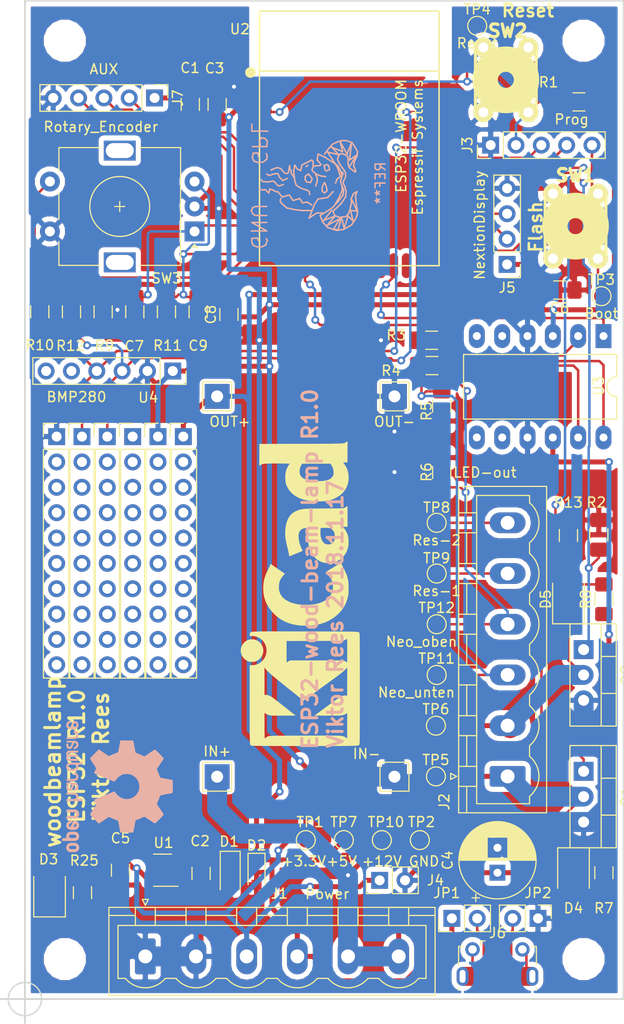
<source format=kicad_pcb>
(kicad_pcb (version 20171130) (host pcbnew "(5.0.1)-3")
  (layers (0 F.Cu signal hide) (31 B.Cu signal) (34 B.Paste user hide) (35 F.Paste user hide) (36 B.SilkS user) (37 F.SilkS user hide) (38 B.Mask user hide) (39 F.Mask user hide) (44 Edge.Cuts user))
  (net 0 "")
  (net 1 GND)
  (net 2 +3V3)
  (net 3 +5V)
  (net 4 +12V)
  (net 5 /ROT_A)
  (net 6 /ROT_B)
  (net 7 "Net-(D3-Pad1)")
  (net 8 /LED_out1)
  (net 9 "Net-(D4-Pad2)")
  (net 10 /LED_out2)
  (net 11 "Net-(D5-Pad2)")
  (net 12 /Neopixel_unten)
  (net 13 /Neopixel_oben)
  (net 14 "Net-(J2-Pad5)")
  (net 15 "Net-(J2-Pad6)")
  (net 16 /EN)
  (net 17 /TX)
  (net 18 /RX)
  (net 19 /BOOT)
  (net 20 /U2RXD)
  (net 21 /U2TXD)
  (net 22 "Net-(J6-Pad6)")
  (net 23 "Net-(J6-Pad2)")
  (net 24 "Net-(J6-Pad1)")
  (net 25 "Net-(J6-Pad5)")
  (net 26 "Net-(J6-Pad4)")
  (net 27 "Net-(J6-Pad3)")
  (net 28 /IO26)
  (net 29 /IO25)
  (net 30 /IO33)
  (net 31 "Net-(Q1-Pad1)")
  (net 32 "Net-(Q2-Pad1)")
  (net 33 "Net-(R3-Pad1)")
  (net 34 "Net-(R4-Pad2)")
  (net 35 /SDA)
  (net 36 /SCL)
  (net 37 /ROT_SW)
  (net 38 "Net-(U1-Pad4)")
  (net 39 "Net-(U2-Pad23)")
  (net 40 "Net-(U3-Pad7)")
  (net 41 "Net-(U2-Pad16)")
  (net 42 "Net-(U3-Pad8)")
  (net 43 "Net-(U3-Pad5)")
  (net 44 "Net-(U3-Pad6)")
  (net 45 "Net-(U4-Pad5)")
  (net 46 "Net-(U4-Pad6)")
  (net 47 "Net-(U2-Pad4)")
  (net 48 "Net-(U2-Pad5)")
  (net 49 "Net-(U2-Pad6)")
  (net 50 "Net-(U2-Pad7)")
  (net 51 "Net-(U2-Pad8)")
  (net 52 "Net-(U2-Pad15)")
  (net 53 "Net-(U2-Pad17)")
  (net 54 "Net-(U2-Pad18)")
  (net 55 "Net-(U2-Pad19)")
  (net 56 "Net-(U2-Pad20)")
  (net 57 "Net-(U2-Pad21)")
  (net 58 "Net-(U2-Pad22)")
  (net 59 "Net-(U2-Pad24)")
  (net 60 "Net-(U2-Pad26)")
  (net 61 "Net-(U2-Pad29)")
  (net 62 "Net-(U2-Pad32)")
  (net 63 "Net-(U2-Pad37)")
  (module Symbol:Symbol_GNU-Logo_SilkscreenTop (layer B.Cu) (at 69.596 48.26 90)
    (fp_text reference REF** (at 0 6.05028 90) (layer B.SilkS) (effects (justify mirror)))
    (fp_text value Symbol_GNU-Logo_SilkscreenTop)
  )
  (module Resistor_SMD:R_1206_3216Metric_Pad1.42x1.75mm_HandSolder (layer F.Cu) (at 81.788 77.2525 90)
    (fp_text reference R6 (at 0.0365 -1.524 90) (layer F.SilkS))
    (fp_text value 100K)
    (pad 2 smd roundrect (at 1.4875 0 90) (size 1.425 1.75) (layers F.Cu F.Paste F.Mask) (roundrect_rratio 0.175439) (net 1 GND))
    (pad 1 smd roundrect (at -1.4875 0 90) (size 1.425 1.75) (layers F.Cu F.Paste F.Mask) (roundrect_rratio 0.175439) (net 13 /Neopixel_oben))
  )
  (module TestPoint:TestPoint_Pad_D1.5mm (layer F.Cu) (at 79.59 114.08)
    (fp_text reference TP2 (at 0.166 -1.812) (layer F.SilkS))
    (fp_text value GND (at 0.42 2.125) (layer F.SilkS))
    (pad 1 smd circle (at 0 0) (size 1.5 1.5) (layers F.Cu F.Mask) (net 1 GND))
  )
  (module Package_TO_SOT_THT:TO-220-3_Vertical (layer F.Cu) (at 96.012 107.188 270)
    (fp_text reference Q1 (at 2.54 -4.27 270) (layer F.SilkS))
    (fp_text value IRF3708)
    (pad 1 thru_hole rect (at 0 0 270) (size 1.905 2) (drill 1.1) (layers *.Cu *.Mask) (net 31 "Net-(Q1-Pad1)"))
    (pad 2 thru_hole oval (at 2.54 0 270) (size 1.905 2) (drill 1.1) (layers *.Cu *.Mask) (net 8 /LED_out1))
    (pad 3 thru_hole oval (at 5.08 0 270) (size 1.905 2) (drill 1.1) (layers *.Cu *.Mask) (net 1 GND))
  )
  (module Package_DIP:DIP-12_W10.16mm_LongPads (layer F.Cu) (at 98.0059 63.5889 270)
    (fp_text reference U3 (at 4.9911 0.4699 270) (layer F.SilkS))
    (fp_text value LevelShifter)
    (pad 1 thru_hole rect (at 0 0 270) (size 2.4 1.6) (drill 0.8) (layers *.Cu *.Mask) (net 39 "Net-(U2-Pad23)"))
    (pad 7 thru_hole oval (at 10.16 12.7 270) (size 2.4 1.6) (drill 0.8) (layers *.Cu *.Mask) (net 40 "Net-(U3-Pad7)"))
    (pad 2 thru_hole oval (at 0 2.54 270) (size 2.4 1.6) (drill 0.8) (layers *.Cu *.Mask) (net 41 "Net-(U2-Pad16)"))
    (pad 8 thru_hole oval (at 10.16 10.16 270) (size 2.4 1.6) (drill 0.8) (layers *.Cu *.Mask) (net 42 "Net-(U3-Pad8)"))
    (pad 3 thru_hole oval (at 0 5.08 270) (size 2.4 1.6) (drill 0.8) (layers *.Cu *.Mask) (net 2 +3V3))
    (pad 9 thru_hole oval (at 10.16 7.62 270) (size 2.4 1.6) (drill 0.8) (layers *.Cu *.Mask) (net 1 GND))
    (pad 4 thru_hole oval (at 0 7.62 270) (size 2.4 1.6) (drill 0.8) (layers *.Cu *.Mask) (net 1 GND))
    (pad 10 thru_hole oval (at 10.16 5.08 270) (size 2.4 1.6) (drill 0.8) (layers *.Cu *.Mask) (net 4 +12V))
    (pad 5 thru_hole oval (at 0 10.16 270) (size 2.4 1.6) (drill 0.8) (layers *.Cu *.Mask) (net 43 "Net-(U3-Pad5)"))
    (pad 11 thru_hole oval (at 10.16 2.54 270) (size 2.4 1.6) (drill 0.8) (layers *.Cu *.Mask) (net 34 "Net-(R4-Pad2)"))
    (pad 6 thru_hole oval (at 0 12.7 270) (size 2.4 1.6) (drill 0.8) (layers *.Cu *.Mask) (net 44 "Net-(U3-Pad6)"))
    (pad 12 thru_hole oval (at 10.16 0 270) (size 2.4 1.6) (drill 0.8) (layers *.Cu *.Mask) (net 33 "Net-(R3-Pad1)"))
  )
  (module Capacitor_SMD:C_1206_3216Metric_Pad1.42x1.75mm_HandSolder (layer F.Cu) (at 56.5785 40.3876 270)
    (fp_text reference C1 (at -3.6592 0.0254) (layer F.SilkS))
    (fp_text value 1u)
    (pad 1 smd roundrect (at -1.4875 0 270) (size 1.425 1.75) (layers F.Cu F.Paste F.Mask) (roundrect_rratio 0.175439) (net 1 GND))
    (pad 2 smd roundrect (at 1.4875 0 270) (size 1.425 1.75) (layers F.Cu F.Paste F.Mask) (roundrect_rratio 0.175439) (net 2 +3V3))
  )
  (module Capacitor_SMD:C_1206_3216Metric_Pad1.42x1.75mm_HandSolder (layer F.Cu) (at 57.658 117.4131 270)
    (fp_text reference C2 (at -3.2369 0.1016) (layer F.SilkS))
    (fp_text value 10u)
    (pad 2 smd roundrect (at 1.4875 0 270) (size 1.425 1.75) (layers F.Cu F.Paste F.Mask) (roundrect_rratio 0.175439) (net 1 GND))
    (pad 1 smd roundrect (at -1.4875 0 270) (size 1.425 1.75) (layers F.Cu F.Paste F.Mask) (roundrect_rratio 0.175439) (net 3 +5V))
  )
  (module Capacitor_SMD:C_1206_3216Metric_Pad1.42x1.75mm_HandSolder (layer F.Cu) (at 59.2709 40.3876 270)
    (fp_text reference C3 (at -3.6211 0.254) (layer F.SilkS))
    (fp_text value 100n)
    (pad 2 smd roundrect (at 1.4875 0 270) (size 1.425 1.75) (layers F.Cu F.Paste F.Mask) (roundrect_rratio 0.175439) (net 2 +3V3))
    (pad 1 smd roundrect (at -1.4875 0 270) (size 1.425 1.75) (layers F.Cu F.Paste F.Mask) (roundrect_rratio 0.175439) (net 1 GND))
  )
  (module Capacitor_THT:CP_Radial_D7.5mm_P2.50mm (layer F.Cu) (at 87.376 117.348 90)
    (fp_text reference C4 (at 1.25 -5 90) (layer F.SilkS))
    (fp_text value 100uF)
    (pad 1 thru_hole rect (at 0 0 90) (size 1.6 1.6) (drill 0.8) (layers *.Cu *.Mask) (net 4 +12V))
    (pad 2 thru_hole circle (at 2.5 0 90) (size 1.6 1.6) (drill 0.8) (layers *.Cu *.Mask) (net 1 GND))
  )
  (module Capacitor_SMD:C_1206_3216Metric_Pad1.42x1.75mm_HandSolder (layer F.Cu) (at 49.5808 117.094 270)
    (fp_text reference C5 (at -3.2004 0) (layer F.SilkS))
    (fp_text value 10u)
    (pad 2 smd roundrect (at 1.4875 0 270) (size 1.425 1.75) (layers F.Cu F.Paste F.Mask) (roundrect_rratio 0.175439) (net 1 GND))
    (pad 1 smd roundrect (at -1.4875 0 270) (size 1.425 1.75) (layers F.Cu F.Paste F.Mask) (roundrect_rratio 0.175439) (net 2 +3V3))
  )
  (module Capacitor_SMD:C_1206_3216Metric_Pad1.42x1.75mm_HandSolder (layer F.Cu) (at 93.6101 58.9788 180)
    (fp_text reference C6 (at 0 -1.82 180) (layer F.SilkS))
    (fp_text value 100n)
    (pad 2 smd roundrect (at 1.4875 0 180) (size 1.425 1.75) (layers F.Cu F.Paste F.Mask) (roundrect_rratio 0.175439) (net 3 +5V))
    (pad 1 smd roundrect (at -1.4875 0 180) (size 1.425 1.75) (layers F.Cu F.Paste F.Mask) (roundrect_rratio 0.175439) (net 1 GND))
  )
  (module Capacitor_SMD:C_1206_3216Metric_Pad1.42x1.75mm_HandSolder (layer F.Cu) (at 51.015 61.1575 270)
    (fp_text reference C7 (at 3.4401 0.0508) (layer F.SilkS))
    (fp_text value 1u)
    (pad 1 smd roundrect (at -1.4875 0 270) (size 1.425 1.75) (layers F.Cu F.Paste F.Mask) (roundrect_rratio 0.175439) (net 5 /ROT_A))
    (pad 2 smd roundrect (at 1.4875 0 270) (size 1.425 1.75) (layers F.Cu F.Paste F.Mask) (roundrect_rratio 0.175439) (net 1 GND))
  )
  (module Capacitor_SMD:C_1206_3216Metric_Pad1.42x1.75mm_HandSolder (layer F.Cu) (at 60.452 61.4315 90)
    (fp_text reference C8 (at 0 -1.82 90) (layer F.SilkS))
    (fp_text value 100n)
    (pad 1 smd roundrect (at -1.4875 0 90) (size 1.425 1.75) (layers F.Cu F.Paste F.Mask) (roundrect_rratio 0.175439) (net 1 GND))
    (pad 2 smd roundrect (at 1.4875 0 90) (size 1.425 1.75) (layers F.Cu F.Paste F.Mask) (roundrect_rratio 0.175439) (net 2 +3V3))
  )
  (module Capacitor_SMD:C_1206_3216Metric_Pad1.42x1.75mm_HandSolder (layer F.Cu) (at 57.365 61.1575 270)
    (fp_text reference C9 (at 3.3925 0) (layer F.SilkS))
    (fp_text value 1u)
    (pad 1 smd roundrect (at -1.4875 0 270) (size 1.425 1.75) (layers F.Cu F.Paste F.Mask) (roundrect_rratio 0.175439) (net 6 /ROT_B))
    (pad 2 smd roundrect (at 1.4875 0 270) (size 1.425 1.75) (layers F.Cu F.Paste F.Mask) (roundrect_rratio 0.175439) (net 1 GND))
  )
  (module Diode_SMD:D_SOD-123F (layer F.Cu) (at 60.579 117.4018 270)
    (fp_text reference D1 (at -3.178 0.1016) (layer F.SilkS))
    (fp_text value MMSZ5V6CF)
    (pad 1 smd rect (at -1.4 0 270) (size 1.1 1.1) (layers F.Cu F.Paste F.Mask) (net 3 +5V))
    (pad 2 smd rect (at 1.4 0 270) (size 1.1 1.1) (layers F.Cu F.Paste F.Mask) (net 1 GND))
  )
  (module Diode_SMD:D_SOD-323_HandSoldering (layer F.Cu) (at 63.2206 117.3026 270)
    (fp_text reference D2 (at -2.6924 0) (layer F.SilkS))
    (fp_text value ESDZL5-1F4)
    (pad 1 smd rect (at -1.25 0 270) (size 1 1) (layers F.Cu F.Paste F.Mask) (net 3 +5V))
    (pad 2 smd rect (at 1.25 0 270) (size 1 1) (layers F.Cu F.Paste F.Mask) (net 1 GND))
  )
  (module LED_SMD:LED_1210_3225Metric_Pad1.42x2.65mm_HandSolder (layer F.Cu) (at 42.4688 119.3149 90)
    (fp_text reference D3 (at 3.3131 -0.1016 180) (layer F.SilkS))
    (fp_text value LED)
    (pad 2 smd roundrect (at 1.4875 0 90) (size 1.425 2.65) (layers F.Cu F.Paste F.Mask) (roundrect_rratio 0.175439) (net 2 +3V3))
    (pad 1 smd roundrect (at -1.4875 0 90) (size 1.425 2.65) (layers F.Cu F.Paste F.Mask) (roundrect_rratio 0.175439) (net 7 "Net-(D3-Pad1)"))
  )
  (module LED_SMD:LED_1210_3225Metric_Pad1.42x2.65mm_HandSolder (layer F.Cu) (at 94.996 117.3115 270)
    (fp_text reference D4 (at 3.5925 0) (layer F.SilkS))
    (fp_text value LED)
    (pad 2 smd roundrect (at 1.4875 0 270) (size 1.425 2.65) (layers F.Cu F.Paste F.Mask) (roundrect_rratio 0.175439) (net 9 "Net-(D4-Pad2)"))
    (pad 1 smd roundrect (at -1.4875 0 270) (size 1.425 2.65) (layers F.Cu F.Paste F.Mask) (roundrect_rratio 0.175439) (net 8 /LED_out1))
  )
  (module LED_SMD:LED_1210_3225Metric_Pad1.42x2.65mm_HandSolder (layer F.Cu) (at 94.488 89.9525 90)
    (fp_text reference D5 (at 0 -2.28 90) (layer F.SilkS))
    (fp_text value LED)
    (pad 1 smd roundrect (at -1.4875 0 90) (size 1.425 2.65) (layers F.Cu F.Paste F.Mask) (roundrect_rratio 0.175439) (net 10 /LED_out2))
    (pad 2 smd roundrect (at 1.4875 0 90) (size 1.425 2.65) (layers F.Cu F.Paste F.Mask) (roundrect_rratio 0.175439) (net 11 "Net-(D5-Pad2)"))
  )
  (module Connector_Phoenix_MSTB:PhoenixContact_MSTBVA_2,5_6-G-5,08_1x06_P5.08mm_Vertical (layer F.Cu) (at 52.07 125.73)
    (fp_text reference J1 (at 13.4366 -6.2992) (layer F.SilkS))
    (fp_text value Power (at 18.2372 -6.2484) (layer F.SilkS))
    (pad 6 thru_hole oval (at 25.4 0) (size 2.08 3.6) (drill 1.4) (layers *.Cu *.Mask) (net 4 +12V))
    (pad 5 thru_hole oval (at 20.32 0) (size 2.08 3.6) (drill 1.4) (layers *.Cu *.Mask) (net 4 +12V))
    (pad 4 thru_hole oval (at 15.24 0) (size 2.08 3.6) (drill 1.4) (layers *.Cu *.Mask) (net 3 +5V))
    (pad 3 thru_hole oval (at 10.16 0) (size 2.08 3.6) (drill 1.4) (layers *.Cu *.Mask) (net 2 +3V3))
    (pad 2 thru_hole oval (at 5.08 0) (size 2.08 3.6) (drill 1.4) (layers *.Cu *.Mask) (net 1 GND))
    (pad 1 thru_hole roundrect (at 0 0) (size 2.08 3.6) (drill 1.4) (layers *.Cu *.Mask) (roundrect_rratio 0.120192) (net 1 GND))
  )
  (module Connector_Phoenix_MSTB:PhoenixContact_MSTBVA_2,5_6-G-5,08_1x06_P5.08mm_Vertical (layer F.Cu) (at 88.392 107.696 90)
    (fp_text reference J2 (at -2.5527 -6.35 90) (layer F.SilkS))
    (fp_text value LED-out (at 30.4419 -2.2733 180) (layer F.SilkS))
    (pad 1 thru_hole roundrect (at 0 0 90) (size 2.08 3.6) (drill 1.4) (layers *.Cu *.Mask) (roundrect_rratio 0.120192) (net 8 /LED_out1))
    (pad 2 thru_hole oval (at 5.08 0 90) (size 2.08 3.6) (drill 1.4) (layers *.Cu *.Mask) (net 10 /LED_out2))
    (pad 3 thru_hole oval (at 10.16 0 90) (size 2.08 3.6) (drill 1.4) (layers *.Cu *.Mask) (net 12 /Neopixel_unten))
    (pad 4 thru_hole oval (at 15.24 0 90) (size 2.08 3.6) (drill 1.4) (layers *.Cu *.Mask) (net 13 /Neopixel_oben))
    (pad 5 thru_hole oval (at 20.32 0 90) (size 2.08 3.6) (drill 1.4) (layers *.Cu *.Mask) (net 14 "Net-(J2-Pad5)"))
    (pad 6 thru_hole oval (at 25.4 0 90) (size 2.08 3.6) (drill 1.4) (layers *.Cu *.Mask) (net 15 "Net-(J2-Pad6)"))
  )
  (module Connector_PinHeader_2.54mm:PinHeader_1x05_P2.54mm_Vertical (layer F.Cu) (at 86.6902 44.4627 90)
    (fp_text reference J3 (at 0 -2.33 90) (layer F.SilkS))
    (fp_text value Prog (at 2.5781 8.1153 180) (layer F.SilkS))
    (pad 1 thru_hole rect (at 0 0 90) (size 1.7 1.7) (drill 1) (layers *.Cu *.Mask) (net 1 GND))
    (pad 2 thru_hole oval (at 0 2.54 90) (size 1.7 1.7) (drill 1) (layers *.Cu *.Mask) (net 16 /EN))
    (pad 3 thru_hole oval (at 0 5.08 90) (size 1.7 1.7) (drill 1) (layers *.Cu *.Mask) (net 17 /TX))
    (pad 4 thru_hole oval (at 0 7.62 90) (size 1.7 1.7) (drill 1) (layers *.Cu *.Mask) (net 18 /RX))
    (pad 5 thru_hole oval (at 0 10.16 90) (size 1.7 1.7) (drill 1) (layers *.Cu *.Mask) (net 19 /BOOT))
  )
  (module Connector_PinHeader_2.54mm:PinHeader_1x02_P2.54mm_Vertical (layer F.Cu) (at 75.565 118.11 90)
    (fp_text reference J4 (at 0 5.588 180) (layer F.SilkS))
    (fp_text value 3.3V)
    (pad 1 thru_hole rect (at 0 0 90) (size 1.7 1.7) (drill 1) (layers *.Cu *.Mask) (net 2 +3V3))
    (pad 2 thru_hole oval (at 0 2.54 90) (size 1.7 1.7) (drill 1) (layers *.Cu *.Mask) (net 1 GND))
  )
  (module Connector_PinHeader_2.54mm:PinHeader_1x04_P2.54mm_Vertical (layer F.Cu) (at 88.3412 56.4134 180)
    (fp_text reference J5 (at 0 -2.33 180) (layer F.SilkS))
    (fp_text value NextionDisplay (at 2.7559 3.937 270) (layer F.SilkS))
    (pad 1 thru_hole rect (at 0 0 180) (size 1.7 1.7) (drill 1) (layers *.Cu *.Mask) (net 3 +5V))
    (pad 2 thru_hole oval (at 0 2.54 180) (size 1.7 1.7) (drill 1) (layers *.Cu *.Mask) (net 20 /U2RXD))
    (pad 3 thru_hole oval (at 0 5.08 180) (size 1.7 1.7) (drill 1) (layers *.Cu *.Mask) (net 21 /U2TXD))
    (pad 4 thru_hole oval (at 0 7.62 180) (size 1.7 1.7) (drill 1) (layers *.Cu *.Mask) (net 1 GND))
  )
  (module Connector_USB:USB_Micro-B_Molex-105017-0001 (layer F.Cu) (at 87.376 126.492)
    (fp_text reference J6 (at 0 -3.1125) (layer F.SilkS))
    (fp_text value USB_B_Micro)
    (pad 6 smd rect (at 1 1.2375) (size 1.5 1.9) (layers F.Cu F.Paste F.Mask) (net 22 "Net-(J6-Pad6)"))
    (pad 6 thru_hole circle (at -2.5 -1.4625) (size 1.45 1.45) (drill 0.85) (layers *.Cu *.Mask) (net 22 "Net-(J6-Pad6)"))
    (pad 2 smd rect (at -0.65 -1.4625) (size 0.4 1.35) (layers F.Cu F.Paste F.Mask) (net 23 "Net-(J6-Pad2)"))
    (pad 1 smd rect (at -1.3 -1.4625) (size 0.4 1.35) (layers F.Cu F.Paste F.Mask) (net 24 "Net-(J6-Pad1)"))
    (pad 5 smd rect (at 1.3 -1.4625) (size 0.4 1.35) (layers F.Cu F.Paste F.Mask) (net 25 "Net-(J6-Pad5)"))
    (pad 4 smd rect (at 0.65 -1.4625) (size 0.4 1.35) (layers F.Cu F.Paste F.Mask) (net 26 "Net-(J6-Pad4)"))
    (pad 3 smd rect (at 0 -1.4625) (size 0.4 1.35) (layers F.Cu F.Paste F.Mask) (net 27 "Net-(J6-Pad3)"))
    (pad 6 thru_hole circle (at 2.5 -1.4625) (size 1.45 1.45) (drill 0.85) (layers *.Cu *.Mask) (net 22 "Net-(J6-Pad6)"))
    (pad 6 smd rect (at -1 1.2375) (size 1.5 1.9) (layers F.Cu F.Paste F.Mask) (net 22 "Net-(J6-Pad6)"))
    (pad 6 thru_hole oval (at -3.5 1.2375 180) (size 1.2 1.9) (drill oval 0.6 1.3) (layers *.Cu *.Mask) (net 22 "Net-(J6-Pad6)"))
    (pad 6 thru_hole oval (at 3.5 1.2375) (size 1.2 1.9) (drill oval 0.6 1.3) (layers *.Cu *.Mask) (net 22 "Net-(J6-Pad6)"))
    (pad 6 smd rect (at 2.9 1.2375) (size 1.2 1.9) (layers F.Cu F.Mask) (net 22 "Net-(J6-Pad6)"))
    (pad 6 smd rect (at -2.9 1.2375) (size 1.2 1.9) (layers F.Cu F.Mask) (net 22 "Net-(J6-Pad6)"))
  )
  (module Connector_PinHeader_2.54mm:PinHeader_1x05_P2.54mm_Vertical (layer F.Cu) (at 52.9971 39.7383 270)
    (fp_text reference J7 (at 0 -2.33 270) (layer F.SilkS))
    (fp_text value AUX (at -2.8829 5.08) (layer F.SilkS))
    (pad 5 thru_hole oval (at 0 10.16 270) (size 1.7 1.7) (drill 1) (layers *.Cu *.Mask) (net 1 GND))
    (pad 4 thru_hole oval (at 0 7.62 270) (size 1.7 1.7) (drill 1) (layers *.Cu *.Mask) (net 28 /IO26))
    (pad 3 thru_hole oval (at 0 5.08 270) (size 1.7 1.7) (drill 1) (layers *.Cu *.Mask) (net 29 /IO25))
    (pad 2 thru_hole oval (at 0 2.54 270) (size 1.7 1.7) (drill 1) (layers *.Cu *.Mask) (net 30 /IO33))
    (pad 1 thru_hole rect (at 0 0 270) (size 1.7 1.7) (drill 1) (layers *.Cu *.Mask) (net 2 +3V3))
  )
  (module Connector_PinHeader_2.54mm:PinHeader_1x02_P2.54mm_Vertical (layer F.Cu) (at 82.804 121.92 90)
    (fp_text reference JP1 (at 2.54 -0.508 180) (layer F.SilkS))
    (fp_text value USB-5V)
    (pad 1 thru_hole rect (at 0 0 90) (size 1.7 1.7) (drill 1) (layers *.Cu *.Mask) (net 3 +5V))
    (pad 2 thru_hole oval (at 0 2.54 90) (size 1.7 1.7) (drill 1) (layers *.Cu *.Mask) (net 24 "Net-(J6-Pad1)"))
  )
  (module Connector_PinHeader_2.54mm:PinHeader_1x02_P2.54mm_Vertical (layer F.Cu) (at 91.44 121.92 270)
    (fp_text reference JP2 (at -2.54 0) (layer F.SilkS))
    (fp_text value USB-GND)
    (pad 2 thru_hole oval (at 0 2.54 270) (size 1.7 1.7) (drill 1) (layers *.Cu *.Mask) (net 25 "Net-(J6-Pad5)"))
    (pad 1 thru_hole rect (at 0 0 270) (size 1.7 1.7) (drill 1) (layers *.Cu *.Mask) (net 1 GND))
  )
  (module Package_TO_SOT_THT:TO-220-3_Vertical (layer F.Cu) (at 96.012 94.996 270)
    (fp_text reference Q2 (at 2.54 -4.27 270) (layer F.SilkS))
    (fp_text value IRF3708)
    (pad 3 thru_hole oval (at 5.08 0 270) (size 1.905 2) (drill 1.1) (layers *.Cu *.Mask) (net 1 GND))
    (pad 2 thru_hole oval (at 2.54 0 270) (size 1.905 2) (drill 1.1) (layers *.Cu *.Mask) (net 10 /LED_out2))
    (pad 1 thru_hole rect (at 0 0 270) (size 1.905 2) (drill 1.1) (layers *.Cu *.Mask) (net 32 "Net-(Q2-Pad1)"))
  )
  (module Resistor_SMD:R_1206_3216Metric_Pad1.42x1.75mm_HandSolder (layer F.Cu) (at 95.5405 40.132)
    (fp_text reference R1 (at -3.048 -1.9685) (layer F.SilkS))
    (fp_text value 10k)
    (pad 1 smd roundrect (at -1.4875 0) (size 1.425 1.75) (layers F.Cu F.Paste F.Mask) (roundrect_rratio 0.175439) (net 16 /EN))
    (pad 2 smd roundrect (at 1.4875 0) (size 1.425 1.75) (layers F.Cu F.Paste F.Mask) (roundrect_rratio 0.175439) (net 2 +3V3))
  )
  (module Resistor_SMD:R_1206_3216Metric_Pad1.42x1.75mm_HandSolder (layer F.Cu) (at 97.536 83.5009 270)
    (fp_text reference R2 (at -3.2401 0.254) (layer F.SilkS))
    (fp_text value 100k)
    (pad 2 smd roundrect (at 1.4875 0 270) (size 1.425 1.75) (layers F.Cu F.Paste F.Mask) (roundrect_rratio 0.175439) (net 32 "Net-(Q2-Pad1)"))
    (pad 1 smd roundrect (at -1.4875 0 270) (size 1.425 1.75) (layers F.Cu F.Paste F.Mask) (roundrect_rratio 0.175439) (net 1 GND))
  )
  (module Resistor_SMD:R_1206_3216Metric_Pad1.42x1.75mm_HandSolder (layer F.Cu) (at 80.772 64.008 180)
    (fp_text reference R3 (at 3.556 0.508 180) (layer F.SilkS))
    (fp_text value 220R)
    (pad 1 smd roundrect (at -1.4875 0 180) (size 1.425 1.75) (layers F.Cu F.Paste F.Mask) (roundrect_rratio 0.175439) (net 33 "Net-(R3-Pad1)"))
    (pad 2 smd roundrect (at 1.4875 0 180) (size 1.425 1.75) (layers F.Cu F.Paste F.Mask) (roundrect_rratio 0.175439) (net 13 /Neopixel_oben))
  )
  (module Resistor_SMD:R_1206_3216Metric_Pad1.42x1.75mm_HandSolder (layer F.Cu) (at 80.8085 66.548)
    (fp_text reference R4 (at -4.1005 0.508) (layer F.SilkS))
    (fp_text value 220R)
    (pad 2 smd roundrect (at 1.4875 0) (size 1.425 1.75) (layers F.Cu F.Paste F.Mask) (roundrect_rratio 0.175439) (net 34 "Net-(R4-Pad2)"))
    (pad 1 smd roundrect (at -1.4875 0) (size 1.425 1.75) (layers F.Cu F.Paste F.Mask) (roundrect_rratio 0.175439) (net 12 /Neopixel_unten))
  )
  (module Resistor_SMD:R_1206_3216Metric_Pad1.42x1.75mm_HandSolder (layer F.Cu) (at 81.788 70.612 270)
    (fp_text reference R5 (at 0.508 1.524 270) (layer F.SilkS))
    (fp_text value 100K)
    (pad 1 smd roundrect (at -1.4875 0 270) (size 1.425 1.75) (layers F.Cu F.Paste F.Mask) (roundrect_rratio 0.175439) (net 12 /Neopixel_unten))
    (pad 2 smd roundrect (at 1.4875 0 270) (size 1.425 1.75) (layers F.Cu F.Paste F.Mask) (roundrect_rratio 0.175439) (net 1 GND))
  )
  (module Resistor_SMD:R_1206_3216Metric_Pad1.42x1.75mm_HandSolder (layer F.Cu) (at 98.044 117.348 270)
    (fp_text reference R7 (at 3.556 0 180) (layer F.SilkS))
    (fp_text value 680R)
    (pad 2 smd roundrect (at 1.4875 0 270) (size 1.425 1.75) (layers F.Cu F.Paste F.Mask) (roundrect_rratio 0.175439) (net 9 "Net-(D4-Pad2)"))
    (pad 1 smd roundrect (at -1.4875 0 270) (size 1.425 1.75) (layers F.Cu F.Paste F.Mask) (roundrect_rratio 0.175439) (net 4 +12V))
  )
  (module Resistor_SMD:R_1206_3216Metric_Pad1.42x1.75mm_HandSolder (layer F.Cu) (at 98.044 89.9525 90)
    (fp_text reference R8 (at 0 -1.82 90) (layer F.SilkS))
    (fp_text value 680R)
    (pad 1 smd roundrect (at -1.4875 0 90) (size 1.425 1.75) (layers F.Cu F.Paste F.Mask) (roundrect_rratio 0.175439) (net 4 +12V))
    (pad 2 smd roundrect (at 1.4875 0 90) (size 1.425 1.75) (layers F.Cu F.Paste F.Mask) (roundrect_rratio 0.175439) (net 11 "Net-(D5-Pad2)"))
  )
  (module Resistor_SMD:R_1206_3216Metric_Pad1.42x1.75mm_HandSolder (layer F.Cu) (at 47.84 61.1575 90)
    (fp_text reference R9 (at -3.3766 0.127 180) (layer F.SilkS))
    (fp_text value 10K)
    (pad 1 smd roundrect (at -1.4875 0 90) (size 1.425 1.75) (layers F.Cu F.Paste F.Mask) (roundrect_rratio 0.175439) (net 2 +3V3))
    (pad 2 smd roundrect (at 1.4875 0 90) (size 1.425 1.75) (layers F.Cu F.Paste F.Mask) (roundrect_rratio 0.175439) (net 5 /ROT_A))
  )
  (module Resistor_SMD:R_1206_3216Metric_Pad1.42x1.75mm_HandSolder (layer F.Cu) (at 41.49 61.1575 90)
    (fp_text reference R10 (at -3.3401 0 180) (layer F.SilkS))
    (fp_text value 10k)
    (pad 1 smd roundrect (at -1.4875 0 90) (size 1.425 1.75) (layers F.Cu F.Paste F.Mask) (roundrect_rratio 0.175439) (net 35 /SDA))
    (pad 2 smd roundrect (at 1.4875 0 90) (size 1.425 1.75) (layers F.Cu F.Paste F.Mask) (roundrect_rratio 0.175439) (net 2 +3V3))
  )
  (module Resistor_SMD:R_1206_3216Metric_Pad1.42x1.75mm_HandSolder (layer F.Cu) (at 54.19 61.1575 90)
    (fp_text reference R11 (at -3.3766 0.1143 180) (layer F.SilkS))
    (fp_text value 10K)
    (pad 2 smd roundrect (at 1.4875 0 90) (size 1.425 1.75) (layers F.Cu F.Paste F.Mask) (roundrect_rratio 0.175439) (net 6 /ROT_B))
    (pad 1 smd roundrect (at -1.4875 0 90) (size 1.425 1.75) (layers F.Cu F.Paste F.Mask) (roundrect_rratio 0.175439) (net 2 +3V3))
  )
  (module Resistor_SMD:R_1206_3216Metric_Pad1.42x1.75mm_HandSolder (layer F.Cu) (at 44.665 61.1575 90)
    (fp_text reference R12 (at -3.4036 -0.0889 180) (layer F.SilkS))
    (fp_text value 10k)
    (pad 2 smd roundrect (at 1.4875 0 90) (size 1.425 1.75) (layers F.Cu F.Paste F.Mask) (roundrect_rratio 0.175439) (net 2 +3V3))
    (pad 1 smd roundrect (at -1.4875 0 90) (size 1.425 1.75) (layers F.Cu F.Paste F.Mask) (roundrect_rratio 0.175439) (net 36 /SCL))
  )
  (module Resistor_SMD:R_1206_3216Metric_Pad1.42x1.75mm_HandSolder (layer F.Cu) (at 94.488 83.5676 270)
    (fp_text reference R13 (at -3.3036 0.0127) (layer F.SilkS))
    (fp_text value 100k)
    (pad 1 smd roundrect (at -1.4875 0 270) (size 1.425 1.75) (layers F.Cu F.Paste F.Mask) (roundrect_rratio 0.175439) (net 1 GND))
    (pad 2 smd roundrect (at 1.4875 0 270) (size 1.425 1.75) (layers F.Cu F.Paste F.Mask) (roundrect_rratio 0.175439) (net 31 "Net-(Q1-Pad1)"))
  )
  (module Resistor_SMD:R_1206_3216Metric_Pad1.42x1.75mm_HandSolder (layer F.Cu) (at 45.7708 119.3435 270)
    (fp_text reference R25 (at -3.2147 -0.1778) (layer F.SilkS))
    (fp_text value 220R)
    (pad 2 smd roundrect (at 1.4875 0 270) (size 1.425 1.75) (layers F.Cu F.Paste F.Mask) (roundrect_rratio 0.175439) (net 1 GND))
    (pad 1 smd roundrect (at -1.4875 0 270) (size 1.425 1.75) (layers F.Cu F.Paste F.Mask) (roundrect_rratio 0.175439) (net 7 "Net-(D3-Pad1)"))
  )
  (module w_switch:PCB_PUSH (layer F.Cu) (at 95.1992 52.578)
    (fp_text reference SW1 (at 0 -5.08) (layer F.SilkS) (effects (font (size 1.27 1.27) (thickness 0.3175))))
    (fp_text value Flash (at -3.98526 0.0762 90) (layer F.SilkS) (effects (font (size 1.27 1.27) (thickness 0.254))))
    (pad 3 thru_hole circle (at -2.25044 3.2512) (size 1.99898 1.99898) (drill 1.00076) (layers *.Cu *.Mask F.SilkS) (net 1 GND))
    (pad 4 thru_hole circle (at 2.25044 -3.2512) (size 1.99898 1.99898) (drill 1.00076) (layers *.Cu *.Mask F.SilkS) (net 19 /BOOT))
    (pad 2 thru_hole circle (at 2.25044 3.2512) (size 1.99898 1.99898) (drill 1.00076) (layers *.Cu *.Mask F.SilkS) (net 19 /BOOT))
    (pad 1 thru_hole circle (at -2.25044 -3.2512) (size 1.99898 1.99898) (drill 1.00076) (layers *.Cu *.Mask F.SilkS) (net 1 GND))
  )
  (module w_switch:PCB_PUSH (layer F.Cu) (at 88.21166 37.9222)
    (fp_text reference SW2 (at 0.18034 -4.9022) (layer F.SilkS) (effects (font (size 1.27 1.27) (thickness 0.3175))))
    (fp_text value Reset (at 2.21234 -6.9342) (layer F.SilkS) (effects (font (size 1.27 1.27) (thickness 0.254))))
    (pad 1 thru_hole circle (at -2.25044 -3.2512) (size 1.99898 1.99898) (drill 1.00076) (layers *.Cu *.Mask F.SilkS) (net 1 GND))
    (pad 2 thru_hole circle (at 2.25044 3.2512) (size 1.99898 1.99898) (drill 1.00076) (layers *.Cu *.Mask F.SilkS) (net 16 /EN))
    (pad 4 thru_hole circle (at 2.25044 -3.2512) (size 1.99898 1.99898) (drill 1.00076) (layers *.Cu *.Mask F.SilkS) (net 16 /EN))
    (pad 3 thru_hole circle (at -2.25044 3.2512) (size 1.99898 1.99898) (drill 1.00076) (layers *.Cu *.Mask F.SilkS) (net 1 GND))
  )
  (module TestPoint:TestPoint_Pad_D1.5mm (layer F.Cu) (at 68.16 114.08)
    (fp_text reference TP1 (at 0.42 -1.812) (layer F.SilkS))
    (fp_text value +3.3V (at -0.215 2.125) (layer F.SilkS))
    (pad 1 smd circle (at 0 0) (size 1.5 1.5) (layers F.Cu F.Mask) (net 2 +3V3))
  )
  (module TestPoint:TestPoint_Pad_D1.5mm (layer F.Cu) (at 97.8027 59.5884)
    (fp_text reference TP3 (at 0 -1.648) (layer F.SilkS))
    (fp_text value Boot (at 0 1.75) (layer F.SilkS))
    (pad 1 smd circle (at 0 0) (size 1.5 1.5) (layers F.Cu F.Mask) (net 19 /BOOT))
  )
  (module TestPoint:TestPoint_Pad_D1.5mm (layer F.Cu) (at 85.344 32.512)
    (fp_text reference TP4 (at 0 -1.648) (layer F.SilkS))
    (fp_text value Reset (at 0 1.75) (layer F.SilkS))
    (pad 1 smd circle (at 0 0) (size 1.5 1.5) (layers F.Cu F.Mask) (net 16 /EN))
  )
  (module TestPoint:TestPoint_Pad_D1.5mm (layer F.Cu) (at 81.2038 107.696)
    (fp_text reference TP5 (at 0 -1.648) (layer F.SilkS))
    (fp_text value LED_out)
    (pad 1 smd circle (at 0 0) (size 1.5 1.5) (layers F.Cu F.Mask) (net 8 /LED_out1))
  )
  (module TestPoint:TestPoint_Pad_D1.5mm (layer F.Cu) (at 81.2038 102.616)
    (fp_text reference TP6 (at 0 -1.648) (layer F.SilkS))
    (fp_text value LED_out)
    (pad 1 smd circle (at 0 0) (size 1.5 1.5) (layers F.Cu F.Mask) (net 10 /LED_out2))
  )
  (module TestPoint:TestPoint_Pad_D1.5mm (layer F.Cu) (at 71.97 114.08)
    (fp_text reference TP7 (at 0 -1.812) (layer F.SilkS))
    (fp_text value +5V (at -0.215 2.125) (layer F.SilkS))
    (pad 1 smd circle (at 0 0) (size 1.5 1.5) (layers F.Cu F.Mask) (net 3 +5V))
  )
  (module Package_TO_SOT_SMD:SOT-23-5 (layer F.Cu) (at 53.7972 117.094 180)
    (fp_text reference U1 (at -0.1016 2.7432 180) (layer F.SilkS))
    (fp_text value TLV70233)
    (pad 1 smd rect (at -1.1 -0.95 180) (size 1.06 0.65) (layers F.Cu F.Paste F.Mask) (net 3 +5V))
    (pad 2 smd rect (at -1.1 0 180) (size 1.06 0.65) (layers F.Cu F.Paste F.Mask) (net 1 GND))
    (pad 3 smd rect (at -1.1 0.95 180) (size 1.06 0.65) (layers F.Cu F.Paste F.Mask) (net 3 +5V))
    (pad 4 smd rect (at 1.1 0.95 180) (size 1.06 0.65) (layers F.Cu F.Paste F.Mask) (net 38 "Net-(U1-Pad4)"))
    (pad 5 smd rect (at 1.1 -0.95 180) (size 1.06 0.65) (layers F.Cu F.Paste F.Mask) (net 2 +3V3))
  )
  (module Connector_PinSocket_2.54mm:PinSocket_1x06_P2.54mm_Vertical (layer F.Cu) (at 54.825 67.09 270)
    (fp_text reference U4 (at 2.6543 2.4638) (layer F.SilkS))
    (fp_text value BMP280 (at 2.6035 9.652) (layer F.SilkS))
    (pad 1 thru_hole rect (at 0 0 270) (size 1.7 1.7) (drill 1) (layers *.Cu *.Mask) (net 2 +3V3))
    (pad 2 thru_hole oval (at 0 2.54 270) (size 1.7 1.7) (drill 1) (layers *.Cu *.Mask) (net 1 GND))
    (pad 3 thru_hole oval (at 0 5.08 270) (size 1.7 1.7) (drill 1) (layers *.Cu *.Mask) (net 36 /SCL))
    (pad 4 thru_hole oval (at 0 7.62 270) (size 1.7 1.7) (drill 1) (layers *.Cu *.Mask) (net 35 /SDA))
    (pad 5 thru_hole oval (at 0 10.16 270) (size 1.7 1.7) (drill 1) (layers *.Cu *.Mask) (net 45 "Net-(U4-Pad5)"))
    (pad 6 thru_hole oval (at 0 12.7 270) (size 1.7 1.7) (drill 1) (layers *.Cu *.Mask) (net 46 "Net-(U4-Pad6)"))
  )
  (module ESP32-footprints:ESP32-WROOM (layer F.Cu) (at 72.517 43.7896 180)
    (fp_text reference U2 (at 10.9728 10.9474 180) (layer F.SilkS))
    (fp_text value ESP-WROOM-32)
    (fp_text user "Espressif Systems" (at -6.858 -0.889 270) (layer F.SilkS))
    (fp_text user ESP32-WROOM (at -5.207 0.254 270) (layer F.SilkS))
    (pad 38 smd oval (at -9 5.25 180) (size 2.5 0.9) (layers F.Cu F.Paste F.Mask) (net 1 GND))
    (pad 37 smd oval (at -9 3.98 180) (size 2.5 0.9) (layers F.Cu F.Paste F.Mask) (net 63 "Net-(U2-Pad37)"))
    (pad 36 smd oval (at -9 2.71 180) (size 2.5 0.9) (layers F.Cu F.Paste F.Mask) (net 36 /SCL))
    (pad 35 smd oval (at -9 1.44 180) (size 2.5 0.9) (layers F.Cu F.Paste F.Mask) (net 17 /TX))
    (pad 34 smd oval (at -9 0.17 180) (size 2.5 0.9) (layers F.Cu F.Paste F.Mask) (net 18 /RX))
    (pad 33 smd oval (at -9 -1.1 180) (size 2.5 0.9) (layers F.Cu F.Paste F.Mask) (net 35 /SDA))
    (pad 32 smd oval (at -9 -2.37 180) (size 2.5 0.9) (layers F.Cu F.Paste F.Mask) (net 62 "Net-(U2-Pad32)"))
    (pad 31 smd oval (at -9 -3.64 180) (size 2.5 0.9) (layers F.Cu F.Paste F.Mask) (net 31 "Net-(Q1-Pad1)"))
    (pad 30 smd oval (at -9 -4.91 180) (size 2.5 0.9) (layers F.Cu F.Paste F.Mask) (net 32 "Net-(Q2-Pad1)"))
    (pad 29 smd oval (at -9 -6.18 180) (size 2.5 0.9) (layers F.Cu F.Paste F.Mask) (net 61 "Net-(U2-Pad29)"))
    (pad 28 smd oval (at -9 -7.45 180) (size 2.5 0.9) (layers F.Cu F.Paste F.Mask) (net 21 /U2TXD))
    (pad 27 smd oval (at -9 -8.72 180) (size 2.5 0.9) (layers F.Cu F.Paste F.Mask) (net 20 /U2RXD))
    (pad 26 smd oval (at -9 -9.99 180) (size 2.5 0.9) (layers F.Cu F.Paste F.Mask) (net 60 "Net-(U2-Pad26)"))
    (pad 25 smd oval (at -9 -11.26 180) (size 2.5 0.9) (layers F.Cu F.Paste F.Mask) (net 19 /BOOT))
    (pad 24 smd oval (at -5.715 -12.75 180) (size 0.9 2.5) (layers F.Cu F.Paste F.Mask) (net 59 "Net-(U2-Pad24)"))
    (pad 23 smd oval (at -4.445 -12.75 180) (size 0.9 2.5) (layers F.Cu F.Paste F.Mask) (net 39 "Net-(U2-Pad23)"))
    (pad 22 smd oval (at -3.175 -12.75 180) (size 0.9 2.5) (layers F.Cu F.Paste F.Mask) (net 58 "Net-(U2-Pad22)"))
    (pad 21 smd oval (at -1.905 -12.75 180) (size 0.9 2.5) (layers F.Cu F.Paste F.Mask) (net 57 "Net-(U2-Pad21)"))
    (pad 20 smd oval (at -0.635 -12.75 180) (size 0.9 2.5) (layers F.Cu F.Paste F.Mask) (net 56 "Net-(U2-Pad20)"))
    (pad 19 smd oval (at 0.635 -12.75 180) (size 0.9 2.5) (layers F.Cu F.Paste F.Mask) (net 55 "Net-(U2-Pad19)"))
    (pad 18 smd oval (at 1.905 -12.75 180) (size 0.9 2.5) (layers F.Cu F.Paste F.Mask) (net 54 "Net-(U2-Pad18)"))
    (pad 17 smd oval (at 3.175 -12.75 180) (size 0.9 2.5) (layers F.Cu F.Paste F.Mask) (net 53 "Net-(U2-Pad17)"))
    (pad 16 smd oval (at 4.445 -12.75 180) (size 0.9 2.5) (layers F.Cu F.Paste F.Mask) (net 41 "Net-(U2-Pad16)"))
    (pad 15 smd oval (at 5.715 -12.75 180) (size 0.9 2.5) (layers F.Cu F.Paste F.Mask) (net 52 "Net-(U2-Pad15)"))
    (pad 14 smd oval (at 9 -11.26 180) (size 2.5 0.9) (layers F.Cu F.Paste F.Mask) (net 37 /ROT_SW))
    (pad 13 smd oval (at 9 -9.99 180) (size 2.5 0.9) (layers F.Cu F.Paste F.Mask) (net 6 /ROT_B))
    (pad 12 smd oval (at 9 -8.72 180) (size 2.5 0.9) (layers F.Cu F.Paste F.Mask) (net 5 /ROT_A))
    (pad 11 smd oval (at 9 -7.45 180) (size 2.5 0.9) (layers F.Cu F.Paste F.Mask) (net 28 /IO26))
    (pad 10 smd oval (at 9 -6.18 180) (size 2.5 0.9) (layers F.Cu F.Paste F.Mask) (net 29 /IO25))
    (pad 9 smd oval (at 9 -4.91 180) (size 2.5 0.9) (layers F.Cu F.Paste F.Mask) (net 30 /IO33))
    (pad 8 smd oval (at 9 -3.64 180) (size 2.5 0.9) (layers F.Cu F.Paste F.Mask) (net 51 "Net-(U2-Pad8)"))
    (pad 7 smd oval (at 9 -2.37 180) (size 2.5 0.9) (layers F.Cu F.Paste F.Mask) (net 50 "Net-(U2-Pad7)"))
    (pad 6 smd oval (at 9 -1.1 180) (size 2.5 0.9) (layers F.Cu F.Paste F.Mask) (net 49 "Net-(U2-Pad6)"))
    (pad 5 smd oval (at 9 0.17 180) (size 2.5 0.9) (layers F.Cu F.Paste F.Mask) (net 48 "Net-(U2-Pad5)"))
    (pad 4 smd oval (at 9 1.44 180) (size 2.5 0.9) (layers F.Cu F.Paste F.Mask) (net 47 "Net-(U2-Pad4)"))
    (pad 3 smd oval (at 9 2.71 180) (size 2.5 0.9) (layers F.Cu F.Paste F.Mask) (net 16 /EN))
    (pad 2 smd oval (at 9 3.98 180) (size 2.5 0.9) (layers F.Cu F.Paste F.Mask) (net 2 +3V3))
    (pad 1 smd oval (at 9 5.25 180) (size 2.5 0.9) (layers F.Cu F.Paste F.Mask) (net 1 GND))
    (pad 39 smd rect (at 0.3 -2.45 180) (size 6 6) (layers F.Cu F.Paste F.Mask) (net 1 GND))
  )
  (module Rotary_Encoder:RotaryEncoder_Alps_EC11E-Switch_Vertical_H20mm (layer F.Cu) (at 57.0046 53.1088 180)
    (fp_text reference SW3 (at 2.8 -4.7 180) (layer F.SilkS))
    (fp_text value Rotary_Encoder (at 9.398 10.4775 180) (layer F.SilkS))
    (pad S1 thru_hole circle (at 14.5 5 180) (size 2 2) (drill 1) (layers *.Cu *.Mask) (net 37 /ROT_SW))
    (pad S2 thru_hole circle (at 14.5 0 180) (size 2 2) (drill 1) (layers *.Cu *.Mask) (net 1 GND))
    (pad MP thru_hole rect (at 7.5 8.1 180) (size 3.2 2) (drill oval 2.8 1.5) (layers *.Cu *.Mask))
    (pad MP thru_hole rect (at 7.5 -3.1 180) (size 3.2 2) (drill oval 2.8 1.5) (layers *.Cu *.Mask))
    (pad B thru_hole circle (at 0 5 180) (size 2 2) (drill 1) (layers *.Cu *.Mask) (net 6 /ROT_B))
    (pad C thru_hole circle (at 0 2.5 180) (size 2 2) (drill 1) (layers *.Cu *.Mask) (net 1 GND))
    (pad A thru_hole rect (at 0 0 180) (size 2 2) (drill 1) (layers *.Cu *.Mask) (net 5 /ROT_A))
  )
  (module TestPoint:TestPoint_Pad_D1.5mm (layer F.Cu) (at 81.28 82.296)
    (fp_text reference TP8 (at 0 -1.524) (layer F.SilkS))
    (fp_text value Res-2 (at 0 1.75) (layer F.SilkS))
    (pad 1 smd circle (at 0 0) (size 1.5 1.5) (layers F.Cu F.Mask) (net 15 "Net-(J2-Pad6)"))
  )
  (module TestPoint:TestPoint_Pad_D1.5mm (layer F.Cu) (at 81.28 87.376)
    (fp_text reference TP9 (at 0 -1.5367) (layer F.SilkS))
    (fp_text value Res-1 (at 0 1.75) (layer F.SilkS))
    (pad 1 smd circle (at 0 0) (size 1.5 1.5) (layers F.Cu F.Mask) (net 14 "Net-(J2-Pad5)"))
  )
  (module MountingHole:MountingHole_3.2mm_M3 (layer F.Cu) (at 96 126)
    (fp_text reference "" (at 0 -4.2) (layer F.SilkS))
    (fp_text value M3)
    (pad 1 np_thru_hole circle (at 0 0) (size 3.2 3.2) (drill 3.2) (layers *.Cu *.Mask))
  )
  (module MountingHole:MountingHole_3.2mm_M3 (layer F.Cu) (at 44 126)
    (fp_text reference "" (at -2 -4) (layer F.SilkS))
    (fp_text value M3)
    (pad 1 np_thru_hole circle (at 0 0) (size 3.2 3.2) (drill 3.2) (layers *.Cu *.Mask))
  )
  (module MountingHole:MountingHole_3.2mm_M3 (layer F.Cu) (at 44 34)
    (fp_text reference "" (at 5 -2.5) (layer F.SilkS))
    (fp_text value M3)
    (pad 1 np_thru_hole circle (at 0 0) (size 3.2 3.2) (drill 3.2) (layers *.Cu *.Mask))
  )
  (module MountingHole:MountingHole_3.2mm_M3 (layer F.Cu) (at 96 34)
    (fp_text reference "" (at -4 -3) (layer F.SilkS))
    (fp_text value M3)
    (pad 1 np_thru_hole circle (at 0 0) (size 3.2 3.2) (drill 3.2) (layers *.Cu *.Mask))
  )
  (module TestPoint:TestPoint_THTPad_2.5x2.5mm_Drill1.2mm (layer F.Cu) (at 59.27 107.73)
    (fp_text reference IN+ (at 0 -2.54) (layer F.SilkS))
    (fp_text value +12V)
    (pad 1 thru_hole rect (at 0 0) (size 2.5 2.5) (drill 1.2) (layers *.Cu *.Mask) (net 4 +12V))
  )
  (module TestPoint:TestPoint_THTPad_2.5x2.5mm_Drill1.2mm (layer F.Cu) (at 77.05 107.73)
    (fp_text reference IN- (at -2.794 -2.286) (layer F.SilkS))
    (fp_text value GND)
    (pad 1 thru_hole rect (at 0 0) (size 2.5 2.5) (drill 1.2) (layers *.Cu *.Mask) (net 1 GND))
  )
  (module TestPoint:TestPoint_THTPad_2.5x2.5mm_Drill1.2mm (layer F.Cu) (at 59.27 69.63)
    (fp_text reference OUT+ (at 1.27 2.54) (layer F.SilkS))
    (fp_text value +5v)
    (pad 1 thru_hole rect (at 0 0) (size 2.5 2.5) (drill 1.2) (layers *.Cu *.Mask) (net 3 +5V))
  )
  (module TestPoint:TestPoint_THTPad_2.5x2.5mm_Drill1.2mm (layer F.Cu) (at 77.05 69.63)
    (fp_text reference OUT- (at 0 2.54) (layer F.SilkS))
    (fp_text value GND)
    (pad 1 thru_hole rect (at 0 0) (size 2.5 2.5) (drill 1.2) (layers *.Cu *.Mask) (net 1 GND))
  )
  (module TestPoint:TestPoint_Pad_D1.5mm (layer F.Cu) (at 75.78 114.08)
    (fp_text reference TP10 (at 0.42 -1.812) (layer F.SilkS))
    (fp_text value +12V (at 0 2.125) (layer F.SilkS))
    (pad 1 smd circle (at 0 0) (size 1.5 1.5) (layers F.Cu F.Mask) (net 4 +12V))
  )
  (module Symbol:KiCad-Logo_12mm_SilkScreen (layer F.Cu) (at 67.564 89.408 90)
    (fp_text reference REF** hide)
    (fp_text value KiCad-Logo_12mm_SilkScreen hide)
  )
  (module TestPoint:TestPoint_Pad_D1.5mm (layer F.Cu) (at 81.28 97.536)
    (fp_text reference TP11 (at 0 -1.648) (layer F.SilkS))
    (fp_text value Neo_unten (at -2.032 1.75) (layer F.SilkS))
    (pad 1 smd circle (at 0 0) (size 1.5 1.5) (layers F.Cu F.Mask) (net 12 /Neopixel_unten))
  )
  (module TestPoint:TestPoint_Pad_D1.5mm (layer F.Cu) (at 81.28 92.456)
    (fp_text reference TP12 (at 0 -1.648) (layer F.SilkS))
    (fp_text value Neo_oben (at -1.524 1.75) (layer F.SilkS))
    (pad 1 smd circle (at 0 0) (size 1.5 1.5) (layers F.Cu F.Mask) (net 13 /Neopixel_oben))
  )
  (module Connector_PinHeader_2.54mm:PinHeader_1x10_P2.54mm_Vertical (layer F.Cu) (at 43.18 73.66)
    (fp_text reference "" hide)
    (fp_text value PinHeader_1x10_P2.54mm_Vertical)
    (pad 10 thru_hole oval (at 0 22.86) (size 1.7 1.7) (drill 1) (layers *.Cu *.Mask))
    (pad 9 thru_hole oval (at 0 20.32) (size 1.7 1.7) (drill 1) (layers *.Cu *.Mask))
    (pad 8 thru_hole oval (at 0 17.78) (size 1.7 1.7) (drill 1) (layers *.Cu *.Mask))
    (pad 7 thru_hole oval (at 0 15.24) (size 1.7 1.7) (drill 1) (layers *.Cu *.Mask))
    (pad 6 thru_hole oval (at 0 12.7) (size 1.7 1.7) (drill 1) (layers *.Cu *.Mask))
    (pad 5 thru_hole oval (at 0 10.16) (size 1.7 1.7) (drill 1) (layers *.Cu *.Mask))
    (pad 4 thru_hole oval (at 0 7.62) (size 1.7 1.7) (drill 1) (layers *.Cu *.Mask))
    (pad 3 thru_hole oval (at 0 5.08) (size 1.7 1.7) (drill 1) (layers *.Cu *.Mask))
    (pad 2 thru_hole oval (at 0 2.54) (size 1.7 1.7) (drill 1) (layers *.Cu *.Mask))
    (pad 1 thru_hole rect (at 0 0) (size 1.7 1.7) (drill 1) (layers *.Cu *.Mask) (net 1 GND))
  )
  (module Connector_PinHeader_2.54mm:PinHeader_1x10_P2.54mm_Vertical (layer F.Cu) (at 45.72 73.66)
    (fp_text reference "" hide)
    (fp_text value PinHeader_1x10_P2.54mm_Vertical)
    (pad 10 thru_hole oval (at 0 22.86) (size 1.7 1.7) (drill 1) (layers *.Cu *.Mask))
    (pad 9 thru_hole oval (at 0 20.32) (size 1.7 1.7) (drill 1) (layers *.Cu *.Mask))
    (pad 8 thru_hole oval (at 0 17.78) (size 1.7 1.7) (drill 1) (layers *.Cu *.Mask))
    (pad 7 thru_hole oval (at 0 15.24) (size 1.7 1.7) (drill 1) (layers *.Cu *.Mask))
    (pad 6 thru_hole oval (at 0 12.7) (size 1.7 1.7) (drill 1) (layers *.Cu *.Mask))
    (pad 5 thru_hole oval (at 0 10.16) (size 1.7 1.7) (drill 1) (layers *.Cu *.Mask))
    (pad 4 thru_hole oval (at 0 7.62) (size 1.7 1.7) (drill 1) (layers *.Cu *.Mask))
    (pad 3 thru_hole oval (at 0 5.08) (size 1.7 1.7) (drill 1) (layers *.Cu *.Mask))
    (pad 2 thru_hole oval (at 0 2.54) (size 1.7 1.7) (drill 1) (layers *.Cu *.Mask))
    (pad 1 thru_hole rect (at 0 0) (size 1.7 1.7) (drill 1) (layers *.Cu *.Mask) (net 35 /SDA))
  )
  (module Connector_PinHeader_2.54mm:PinHeader_1x10_P2.54mm_Vertical (layer F.Cu) (at 48.26 73.66)
    (fp_text reference "" hide)
    (fp_text value PinHeader_1x10_P2.54mm_Vertical)
    (pad 10 thru_hole oval (at 0 22.86) (size 1.7 1.7) (drill 1) (layers *.Cu *.Mask))
    (pad 9 thru_hole oval (at 0 20.32) (size 1.7 1.7) (drill 1) (layers *.Cu *.Mask))
    (pad 8 thru_hole oval (at 0 17.78) (size 1.7 1.7) (drill 1) (layers *.Cu *.Mask))
    (pad 7 thru_hole oval (at 0 15.24) (size 1.7 1.7) (drill 1) (layers *.Cu *.Mask))
    (pad 6 thru_hole oval (at 0 12.7) (size 1.7 1.7) (drill 1) (layers *.Cu *.Mask))
    (pad 5 thru_hole oval (at 0 10.16) (size 1.7 1.7) (drill 1) (layers *.Cu *.Mask))
    (pad 4 thru_hole oval (at 0 7.62) (size 1.7 1.7) (drill 1) (layers *.Cu *.Mask))
    (pad 3 thru_hole oval (at 0 5.08) (size 1.7 1.7) (drill 1) (layers *.Cu *.Mask))
    (pad 2 thru_hole oval (at 0 2.54) (size 1.7 1.7) (drill 1) (layers *.Cu *.Mask))
    (pad 1 thru_hole rect (at 0 0) (size 1.7 1.7) (drill 1) (layers *.Cu *.Mask) (net 36 /SCL))
  )
  (module Connector_PinHeader_2.54mm:PinHeader_1x10_P2.54mm_Vertical (layer F.Cu) (at 50.8 73.66)
    (fp_text reference "" hide)
    (fp_text value PinHeader_1x10_P2.54mm_Vertical)
    (pad 10 thru_hole oval (at 0 22.86) (size 1.7 1.7) (drill 1) (layers *.Cu *.Mask))
    (pad 9 thru_hole oval (at 0 20.32) (size 1.7 1.7) (drill 1) (layers *.Cu *.Mask))
    (pad 8 thru_hole oval (at 0 17.78) (size 1.7 1.7) (drill 1) (layers *.Cu *.Mask))
    (pad 7 thru_hole oval (at 0 15.24) (size 1.7 1.7) (drill 1) (layers *.Cu *.Mask))
    (pad 6 thru_hole oval (at 0 12.7) (size 1.7 1.7) (drill 1) (layers *.Cu *.Mask))
    (pad 5 thru_hole oval (at 0 10.16) (size 1.7 1.7) (drill 1) (layers *.Cu *.Mask))
    (pad 4 thru_hole oval (at 0 7.62) (size 1.7 1.7) (drill 1) (layers *.Cu *.Mask))
    (pad 3 thru_hole oval (at 0 5.08) (size 1.7 1.7) (drill 1) (layers *.Cu *.Mask))
    (pad 2 thru_hole oval (at 0 2.54) (size 1.7 1.7) (drill 1) (layers *.Cu *.Mask))
    (pad 1 thru_hole rect (at 0 0) (size 1.7 1.7) (drill 1) (layers *.Cu *.Mask))
  )
  (module Connector_PinHeader_2.54mm:PinHeader_1x10_P2.54mm_Vertical (layer F.Cu) (at 53.34 73.66)
    (fp_text reference "" hide)
    (fp_text value PinHeader_1x10_P2.54mm_Vertical)
    (pad 10 thru_hole oval (at 0 22.86) (size 1.7 1.7) (drill 1) (layers *.Cu *.Mask))
    (pad 9 thru_hole oval (at 0 20.32) (size 1.7 1.7) (drill 1) (layers *.Cu *.Mask))
    (pad 8 thru_hole oval (at 0 17.78) (size 1.7 1.7) (drill 1) (layers *.Cu *.Mask))
    (pad 7 thru_hole oval (at 0 15.24) (size 1.7 1.7) (drill 1) (layers *.Cu *.Mask))
    (pad 6 thru_hole oval (at 0 12.7) (size 1.7 1.7) (drill 1) (layers *.Cu *.Mask))
    (pad 5 thru_hole oval (at 0 10.16) (size 1.7 1.7) (drill 1) (layers *.Cu *.Mask))
    (pad 4 thru_hole oval (at 0 7.62) (size 1.7 1.7) (drill 1) (layers *.Cu *.Mask))
    (pad 3 thru_hole oval (at 0 5.08) (size 1.7 1.7) (drill 1) (layers *.Cu *.Mask))
    (pad 2 thru_hole oval (at 0 2.54) (size 1.7 1.7) (drill 1) (layers *.Cu *.Mask))
    (pad 1 thru_hole rect (at 0 0) (size 1.7 1.7) (drill 1) (layers *.Cu *.Mask) (net 2 +3V3))
  )
  (module Connector_PinHeader_2.54mm:PinHeader_1x10_P2.54mm_Vertical (layer F.Cu) (at 55.88 73.66)
    (fp_text reference "" hide)
    (fp_text value PinHeader_1x10_P2.54mm_Vertical)
    (pad 10 thru_hole oval (at 0 22.86) (size 1.7 1.7) (drill 1) (layers *.Cu *.Mask))
    (pad 9 thru_hole oval (at 0 20.32) (size 1.7 1.7) (drill 1) (layers *.Cu *.Mask))
    (pad 8 thru_hole oval (at 0 17.78) (size 1.7 1.7) (drill 1) (layers *.Cu *.Mask))
    (pad 7 thru_hole oval (at 0 15.24) (size 1.7 1.7) (drill 1) (layers *.Cu *.Mask))
    (pad 6 thru_hole oval (at 0 12.7) (size 1.7 1.7) (drill 1) (layers *.Cu *.Mask))
    (pad 5 thru_hole oval (at 0 10.16) (size 1.7 1.7) (drill 1) (layers *.Cu *.Mask))
    (pad 4 thru_hole oval (at 0 7.62) (size 1.7 1.7) (drill 1) (layers *.Cu *.Mask))
    (pad 3 thru_hole oval (at 0 5.08) (size 1.7 1.7) (drill 1) (layers *.Cu *.Mask))
    (pad 2 thru_hole oval (at 0 2.54) (size 1.7 1.7) (drill 1) (layers *.Cu *.Mask))
    (pad 1 thru_hole rect (at 0 0) (size 1.7 1.7) (drill 1) (layers *.Cu *.Mask) (net 3 +5V))
  )
  (module Symbol:OSHW-Logo2_14.6x12mm_SilkScreen (layer B.Cu) (at 49.276 108.712 90)
    (fp_text reference REF** hide)
    (fp_text value OSHW-Logo2_14.6x12mm_SilkScreen hide)
  )
  (gr_text "woodbeamlamp \nESP32 R1.0\nViktor Rees" (at 45.212 105.664 90) (layer F.SilkS) (effects (font (size 1.5 1.5) (thickness 0.3))))
  (gr_text "Viktor Rees 2018.11.17" (at 71.12 91.44 90) (layer B.SilkS) (effects (font (size 1.5 1.5) (thickness 0.3))))
  (gr_text "ESP32-wood-beam-lamp R1.0 " (at 68.58 86.36 90) (layer B.SilkS) (effects (font (size 1.5 1.5) (thickness 0.3))))
  (target plus (at 40 130) (size 5) (width 0.15) (layer Edge.Cuts))
  (gr_line (start 40 130) (end 40 30) (layer Edge.Cuts) (width 0.15))
  (gr_line (start 100 130) (end 40 130) (layer Edge.Cuts) (width 0.15))
  (gr_line (start 100 30) (end 100 130) (layer Edge.Cuts) (width 0.15))
  (gr_line (start 40 30) (end 100 30) (layer Edge.Cuts) (width 0.15))
  (segment (start 96.012 103.0285) (end 96.012 100.076) (width 2) (layer B.Cu) (net 1))
  (segment (start 98.41201 105.42851) (end 96.012 103.0285) (width 2) (layer B.Cu) (net 1))
  (segment (start 98.41201 110.722116) (end 98.41201 105.42851) (width 2) (layer B.Cu) (net 1))
  (segment (start 96.866126 112.268) (end 98.41201 110.722116) (width 2) (layer B.Cu) (net 1))
  (segment (start 96.012 112.268) (end 96.866126 112.268) (width 2) (layer B.Cu) (net 1))
  (segment (start 91.988 112.268) (end 87.376 114.848) (width 2) (layer B.Cu) (net 1))
  (segment (start 96.012 112.268) (end 91.988 112.268) (width 2) (layer B.Cu) (net 1))
  (segment (start 88.50737 114.848) (end 87.376 114.848) (width 0.5) (layer B.Cu) (net 1))
  (segment (start 91.44 117.78063) (end 88.50737 114.848) (width 0.5) (layer B.Cu) (net 1))
  (segment (start 91.44 121.92) (end 91.44 117.78063) (width 0.5) (layer B.Cu) (net 1))
  (segment (start 49.5808 123.2408) (end 49.5808 118.5815) (width 0.5) (layer F.Cu) (net 1))
  (segment (start 52.07 125.73) (end 49.5808 123.2408) (width 0.5) (layer F.Cu) (net 1))
  (segment (start 47.3313 120.831) (end 49.5808 118.5815) (width 0.5) (layer F.Cu) (net 1))
  (segment (start 45.7708 120.831) (end 47.3313 120.831) (width 0.5) (layer F.Cu) (net 1))
  (segment (start 57.15 125.73) (end 52.07 125.73) (width 2) (layer B.Cu) (net 1))
  (segment (start 57.658 125.222) (end 57.15 125.73) (width 0.5) (layer F.Cu) (net 1))
  (segment (start 57.658 118.9006) (end 57.658 125.222) (width 0.5) (layer F.Cu) (net 1))
  (segment (start 60.4802 118.9006) (end 60.579 118.8018) (width 0.5) (layer F.Cu) (net 1))
  (segment (start 57.658 118.9006) (end 60.4802 118.9006) (width 0.5) (layer F.Cu) (net 1))
  (segment (start 62.9714 118.8018) (end 63.2206 118.5526) (width 0.5) (layer F.Cu) (net 1))
  (segment (start 60.579 118.8018) (end 62.9714 118.8018) (width 0.5) (layer F.Cu) (net 1))
  (segment (start 55.8514 117.094) (end 54.8972 117.094) (width 0.5) (layer F.Cu) (net 1))
  (segment (start 57.658 118.9006) (end 55.8514 117.094) (width 0.5) (layer F.Cu) (net 1))
  (segment (start 84.168 114.848) (end 77.05 107.73) (width 2) (layer B.Cu) (net 1))
  (segment (start 87.376 114.848) (end 84.168 114.848) (width 2) (layer B.Cu) (net 1))
  (segment (start 87.116 114.588) (end 87.376 114.848) (width 0.5) (layer F.Cu) (net 1))
  (segment (start 80.358 114.848) (end 87.376 114.848) (width 0.5) (layer F.Cu) (net 1))
  (segment (start 79.59 114.08) (end 80.358 114.848) (width 0.5) (layer F.Cu) (net 1))
  (segment (start 79.59 116.625) (end 78.105 118.11) (width 0.5) (layer F.Cu) (net 1))
  (segment (start 79.59 114.08) (end 79.59 116.625) (width 0.5) (layer F.Cu) (net 1))
  (segment (start 77.05 107.73) (end 77.05 79.756) (width 2) (layer B.Cu) (net 1))
  (segment (start 77.05 79.756) (end 77.05 77.216) (width 2) (layer B.Cu) (net 1))
  (segment (start 94.5547 82.0134) (end 94.488 82.0801) (width 0.5) (layer F.Cu) (net 1))
  (segment (start 97.536 82.0134) (end 94.5547 82.0134) (width 0.5) (layer F.Cu) (net 1))
  (segment (start 77.05 77.216) (end 77.05 73.152) (width 2) (layer B.Cu) (net 1))
  (via (at 77.05 77.216) (size 0.8) (drill 0.4) (layers F.Cu B.Cu) (net 1))
  (segment (start 90.3859 76.2381) (end 90.3859 73.7489) (width 0.5) (layer F.Cu) (net 1))
  (segment (start 89.408 77.216) (end 90.3859 76.2381) (width 0.5) (layer F.Cu) (net 1))
  (segment (start 94.488 82.0801) (end 94.488 78.232) (width 0.5) (layer F.Cu) (net 1))
  (segment (start 92.3798 78.232) (end 90.3859 76.2381) (width 0.5) (layer F.Cu) (net 1))
  (segment (start 94.488 78.232) (end 92.3798 78.232) (width 0.5) (layer F.Cu) (net 1))
  (segment (start 81.28 77.0855) (end 81.28 77.216) (width 0.5) (layer F.Cu) (net 1))
  (segment (start 81.788 76.5775) (end 81.28 77.0855) (width 0.5) (layer F.Cu) (net 1))
  (segment (start 81.788 75.765) (end 81.788 76.5775) (width 0.5) (layer F.Cu) (net 1))
  (segment (start 77.05 77.216) (end 81.28 77.216) (width 0.5) (layer F.Cu) (net 1))
  (segment (start 81.28 77.216) (end 89.408 77.216) (width 0.5) (layer F.Cu) (net 1))
  (segment (start 81.788 75.765) (end 81.788 72.0995) (width 0.5) (layer F.Cu) (net 1))
  (segment (start 77.05 73.152) (end 77.05 69.63) (width 2) (layer B.Cu) (net 1))
  (via (at 77.05 73.152) (size 0.8) (drill 0.4) (layers F.Cu B.Cu) (net 1))
  (segment (start 60.178 62.645) (end 60.452 62.919) (width 0.5) (layer F.Cu) (net 1))
  (segment (start 57.365 62.645) (end 60.178 62.645) (width 0.5) (layer F.Cu) (net 1))
  (segment (start 90.3859 73.7489) (end 90.3859 63.5889) (width 0.5) (layer B.Cu) (net 1))
  (segment (start 52.7 60.96) (end 54.798194 60.96) (width 0.5) (layer F.Cu) (net 1))
  (segment (start 51.015 62.645) (end 52.7 60.96) (width 0.5) (layer F.Cu) (net 1))
  (segment (start 56.483194 62.645) (end 57.365 62.645) (width 0.5) (layer F.Cu) (net 1))
  (segment (start 54.798194 60.96) (end 56.483194 62.645) (width 0.5) (layer F.Cu) (net 1))
  (segment (start 77.05 67.88) (end 77.05 69.63) (width 0.5) (layer B.Cu) (net 1))
  (segment (start 75.692 66.522) (end 77.05 67.88) (width 0.5) (layer B.Cu) (net 1))
  (via (at 75.692 64.008) (size 0.8) (drill 0.4) (layers F.Cu B.Cu) (net 1))
  (segment (start 75.692 64.008) (end 75.692 66.522) (width 0.5) (layer B.Cu) (net 1))
  (segment (start 61.427 62.919) (end 60.452 62.919) (width 0.5) (layer F.Cu) (net 1))
  (segment (start 75.692 64.008) (end 63.5 64.008) (width 0.5) (layer F.Cu) (net 1))
  (segment (start 62.516 64.008) (end 61.427 62.919) (width 0.5) (layer F.Cu) (net 1))
  (segment (start 50.243653 61.873653) (end 50.189653 61.873653) (width 0.5) (layer F.Cu) (net 1))
  (segment (start 51.015 62.645) (end 50.243653 61.873653) (width 0.5) (layer F.Cu) (net 1))
  (via (at 49.276 60.96) (size 0.8) (drill 0.4) (layers F.Cu B.Cu) (net 1))
  (segment (start 50.189653 61.873653) (end 49.276 60.96) (width 0.5) (layer F.Cu) (net 1))
  (segment (start 52.285 67.09) (end 50.287 69.088) (width 0.5) (layer B.Cu) (net 1))
  (segment (start 41.504601 54.108799) (end 42.5046 53.1088) (width 0.5) (layer B.Cu) (net 1))
  (segment (start 40.724999 54.888401) (end 41.504601 54.108799) (width 0.5) (layer B.Cu) (net 1))
  (segment (start 40.724999 67.762001) (end 40.724999 54.888401) (width 0.5) (layer B.Cu) (net 1))
  (segment (start 42.050998 69.088) (end 40.724999 67.762001) (width 0.5) (layer B.Cu) (net 1))
  (segment (start 41.987101 40.588299) (end 42.8371 39.7383) (width 0.5) (layer B.Cu) (net 1))
  (segment (start 40.62501 41.95039) (end 41.987101 40.588299) (width 0.5) (layer B.Cu) (net 1))
  (segment (start 40.62501 51.22921) (end 40.62501 41.95039) (width 0.5) (layer B.Cu) (net 1))
  (segment (start 42.5046 53.1088) (end 40.62501 51.22921) (width 0.5) (layer B.Cu) (net 1))
  (segment (start 63.5 64.008) (end 62.516 64.008) (width 0.5) (layer F.Cu) (net 1))
  (via (at 63.5 64.008) (size 0.8) (drill 0.4) (layers F.Cu B.Cu) (net 1))
  (segment (start 62.150012 57.69601) (end 59.72801 57.69601) (width 0.5) (layer B.Cu) (net 1))
  (segment (start 63.5 64.008) (end 63.5 59.045998) (width 0.5) (layer B.Cu) (net 1))
  (segment (start 63.5 59.045998) (end 62.150012 57.69601) (width 0.5) (layer B.Cu) (net 1))
  (segment (start 59.72801 57.69601) (end 59.436 57.404) (width 0.5) (layer B.Cu) (net 1))
  (segment (start 59.436 57.404) (end 59.436 50.8) (width 0.5) (layer B.Cu) (net 1))
  (segment (start 59.436 50.8) (end 59.436 44.196) (width 0.5) (layer B.Cu) (net 1))
  (via (at 59.436 50.8) (size 0.8) (drill 0.4) (layers F.Cu B.Cu) (net 1))
  (segment (start 57.1958 50.8) (end 57.0046 50.6088) (width 0.5) (layer F.Cu) (net 1))
  (segment (start 59.436 50.8) (end 57.1958 50.8) (width 0.5) (layer F.Cu) (net 1))
  (segment (start 59.436 41.265998) (end 60.96 39.741998) (width 0.5) (layer B.Cu) (net 1))
  (segment (start 59.436 44.196) (end 59.436 41.265998) (width 0.5) (layer B.Cu) (net 1))
  (via (at 60.96 38.608) (size 0.8) (drill 0.4) (layers F.Cu B.Cu) (net 1))
  (segment (start 60.96 39.741998) (end 60.96 38.608) (width 0.5) (layer B.Cu) (net 1))
  (segment (start 63.4486 38.608) (end 63.517 38.5396) (width 0.5) (layer F.Cu) (net 1))
  (segment (start 60.96 38.608) (end 63.4486 38.608) (width 0.5) (layer F.Cu) (net 1))
  (segment (start 59.563 38.608) (end 59.2709 38.9001) (width 0.5) (layer F.Cu) (net 1))
  (segment (start 60.96 38.608) (end 59.563 38.608) (width 0.5) (layer F.Cu) (net 1))
  (segment (start 59.2709 38.9001) (end 56.5785 38.9001) (width 0.5) (layer F.Cu) (net 1))
  (segment (start 86.6902 45.8127) (end 86.6902 44.4627) (width 0.5) (layer B.Cu) (net 1))
  (segment (start 86.6902 60.123998) (end 86.6902 45.8127) (width 0.5) (layer B.Cu) (net 1))
  (segment (start 90.155102 63.5889) (end 86.6902 60.123998) (width 0.5) (layer B.Cu) (net 1))
  (segment (start 90.3859 63.5889) (end 90.155102 63.5889) (width 0.5) (layer B.Cu) (net 1))
  (segment (start 88.3412 48.7934) (end 86.8934 48.7934) (width 0.5) (layer B.Cu) (net 1))
  (segment (start 86.6902 41.90238) (end 85.96122 41.1734) (width 0.5) (layer B.Cu) (net 1))
  (segment (start 86.6902 44.4627) (end 86.6902 41.90238) (width 0.5) (layer B.Cu) (net 1))
  (segment (start 85.96122 41.1734) (end 85.96122 34.671) (width 0.5) (layer F.Cu) (net 1))
  (segment (start 83.32742 38.5396) (end 85.96122 41.1734) (width 0.5) (layer F.Cu) (net 1))
  (segment (start 81.517 38.5396) (end 83.32742 38.5396) (width 0.5) (layer F.Cu) (net 1))
  (segment (start 92.41536 48.7934) (end 92.94876 49.3268) (width 0.5) (layer F.Cu) (net 1))
  (segment (start 88.3412 48.7934) (end 92.41536 48.7934) (width 0.5) (layer F.Cu) (net 1))
  (segment (start 92.94876 49.3268) (end 92.94876 55.8292) (width 0.5) (layer B.Cu) (net 1))
  (segment (start 95.0976 57.97804) (end 92.94876 55.8292) (width 0.5) (layer F.Cu) (net 1))
  (segment (start 95.0976 58.9788) (end 95.0976 57.97804) (width 0.5) (layer F.Cu) (net 1))
  (segment (start 49.406399 123.066399) (end 49.406399 112.573599) (width 2) (layer B.Cu) (net 1))
  (segment (start 70.509998 111.020002) (end 73.8 107.73) (width 2) (layer B.Cu) (net 1))
  (segment (start 73.8 107.73) (end 77.05 107.73) (width 2) (layer B.Cu) (net 1))
  (segment (start 49.406399 112.573599) (end 56.899999 105.079999) (width 2) (layer B.Cu) (net 1))
  (segment (start 63.731998 110.084002) (end 64.667998 111.020002) (width 2) (layer B.Cu) (net 1))
  (segment (start 56.899999 105.079999) (end 61.640001 105.079999) (width 2) (layer B.Cu) (net 1))
  (segment (start 64.667998 111.020002) (end 70.509998 111.020002) (width 2) (layer B.Cu) (net 1))
  (segment (start 61.640001 105.079999) (end 63.731998 107.171996) (width 2) (layer B.Cu) (net 1))
  (segment (start 52.07 125.73) (end 49.406399 123.066399) (width 2) (layer B.Cu) (net 1))
  (segment (start 63.731998 107.171996) (end 63.731998 110.084002) (width 2) (layer B.Cu) (net 1))
  (segment (start 52.285 67.525) (end 52.285 67.09) (width 0.5) (layer F.Cu) (net 1))
  (segment (start 53.848 69.088) (end 52.285 67.525) (width 0.5) (layer F.Cu) (net 1))
  (segment (start 55.802 69.088) (end 53.848 69.088) (width 0.5) (layer F.Cu) (net 1))
  (segment (start 57.326 67.564) (end 55.802 69.088) (width 0.5) (layer F.Cu) (net 1))
  (segment (start 77.05 73.152) (end 71.462 67.564) (width 0.5) (layer F.Cu) (net 1))
  (segment (start 71.462 67.564) (end 57.326 67.564) (width 0.5) (layer F.Cu) (net 1))
  (segment (start 43.18 73.66) (end 43.18 69.088) (width 0.5) (layer B.Cu) (net 1))
  (segment (start 50.287 69.088) (end 43.18 69.088) (width 0.5) (layer B.Cu) (net 1))
  (segment (start 43.18 69.088) (end 42.050998 69.088) (width 0.5) (layer B.Cu) (net 1))
  (segment (start 44.6897 115.6065) (end 49.5808 115.6065) (width 0.5) (layer F.Cu) (net 2))
  (segment (start 42.4688 117.8274) (end 44.6897 115.6065) (width 0.5) (layer F.Cu) (net 2))
  (segment (start 62.23 125.73) (end 62.23 123.43) (width 0.5) (layer B.Cu) (net 2))
  (segment (start 60.1866 121.3866) (end 51.8922 121.3866) (width 0.5) (layer B.Cu) (net 2))
  (via (at 51.2064 116.8908) (size 0.8) (drill 0.4) (layers F.Cu B.Cu) (net 2))
  (segment (start 51.8922 121.3866) (end 51.2064 120.7008) (width 0.5) (layer B.Cu) (net 2))
  (segment (start 51.2064 120.7008) (end 51.2064 116.8908) (width 0.5) (layer B.Cu) (net 2))
  (segment (start 50.8651 116.8908) (end 49.5808 115.6065) (width 0.5) (layer F.Cu) (net 2))
  (segment (start 51.2064 116.8908) (end 50.8651 116.8908) (width 0.5) (layer F.Cu) (net 2))
  (segment (start 52.3596 118.044) (end 51.2064 116.8908) (width 0.5) (layer F.Cu) (net 2))
  (segment (start 52.6972 118.044) (end 52.3596 118.044) (width 0.5) (layer F.Cu) (net 2))
  (segment (start 62.23 123.43) (end 60.1866 121.3866) (width 0.5) (layer B.Cu) (net 2))
  (segment (start 74.215 118.11) (end 73.58 118.745) (width 0.5) (layer F.Cu) (net 2))
  (segment (start 75.565 118.11) (end 74.215 118.11) (width 0.5) (layer F.Cu) (net 2))
  (via (at 68.58 118.745) (size 0.8) (drill 0.4) (layers F.Cu B.Cu) (net 2))
  (segment (start 73.58 118.745) (end 68.58 118.745) (width 0.5) (layer F.Cu) (net 2))
  (segment (start 68.58 118.745) (end 66.675 118.745) (width 0.5) (layer B.Cu) (net 2))
  (segment (start 62.23 123.19) (end 62.23 125.73) (width 0.5) (layer B.Cu) (net 2))
  (segment (start 66.675 118.745) (end 62.23 123.19) (width 0.5) (layer B.Cu) (net 2))
  (segment (start 41.49 59.67) (end 44.665 59.67) (width 0.5) (layer F.Cu) (net 2))
  (segment (start 44.865 59.67) (end 47.84 62.645) (width 0.5) (layer F.Cu) (net 2))
  (segment (start 44.665 59.67) (end 44.865 59.67) (width 0.5) (layer F.Cu) (net 2))
  (segment (start 53.418653 63.416347) (end 54.19 62.645) (width 0.5) (layer F.Cu) (net 2))
  (segment (start 52.92749 63.90751) (end 53.418653 63.416347) (width 0.5) (layer F.Cu) (net 2))
  (segment (start 48.29001 63.90751) (end 52.92749 63.90751) (width 0.5) (layer F.Cu) (net 2))
  (segment (start 47.84 63.4575) (end 48.29001 63.90751) (width 0.5) (layer F.Cu) (net 2))
  (segment (start 47.84 62.645) (end 47.84 63.4575) (width 0.5) (layer F.Cu) (net 2))
  (segment (start 54.825 63.28) (end 54.19 62.645) (width 0.5) (layer F.Cu) (net 2))
  (via (at 92.964 60.96) (size 0.8) (drill 0.4) (layers F.Cu B.Cu) (net 2))
  (segment (start 92.964 63.5508) (end 92.9259 63.5889) (width 0.5) (layer B.Cu) (net 2))
  (segment (start 92.964 60.96) (end 92.964 63.5508) (width 0.5) (layer B.Cu) (net 2))
  (segment (start 60.452 59.1315) (end 60.452 59.944) (width 0.5) (layer F.Cu) (net 2))
  (segment (start 60.452 58.803416) (end 60.452 59.1315) (width 0.5) (layer F.Cu) (net 2))
  (segment (start 60.068584 58.42) (end 60.452 58.803416) (width 0.5) (layer F.Cu) (net 2))
  (segment (start 58.321378 58.40749) (end 58.333888 58.42) (width 0.5) (layer F.Cu) (net 2))
  (segment (start 48.796378 58.40749) (end 48.808888 58.42) (width 0.5) (layer F.Cu) (net 2))
  (segment (start 48.808888 58.42) (end 50.046112 58.42) (width 0.5) (layer F.Cu) (net 2))
  (segment (start 46.871112 58.42) (end 46.883622 58.40749) (width 0.5) (layer F.Cu) (net 2))
  (segment (start 58.333888 58.42) (end 60.068584 58.42) (width 0.5) (layer F.Cu) (net 2))
  (segment (start 44.665 59.67) (end 45.915 58.42) (width 0.5) (layer F.Cu) (net 2))
  (segment (start 50.058622 58.40749) (end 51.971378 58.40749) (width 0.5) (layer F.Cu) (net 2))
  (segment (start 53.233622 58.40749) (end 55.146378 58.40749) (width 0.5) (layer F.Cu) (net 2))
  (segment (start 45.915 58.42) (end 46.871112 58.42) (width 0.5) (layer F.Cu) (net 2))
  (segment (start 50.046112 58.42) (end 50.058622 58.40749) (width 0.5) (layer F.Cu) (net 2))
  (segment (start 51.971378 58.40749) (end 51.983888 58.42) (width 0.5) (layer F.Cu) (net 2))
  (segment (start 51.983888 58.42) (end 53.221112 58.42) (width 0.5) (layer F.Cu) (net 2))
  (segment (start 53.221112 58.42) (end 53.233622 58.40749) (width 0.5) (layer F.Cu) (net 2))
  (segment (start 55.146378 58.40749) (end 55.158888 58.42) (width 0.5) (layer F.Cu) (net 2))
  (segment (start 55.158888 58.42) (end 56.396112 58.42) (width 0.5) (layer F.Cu) (net 2))
  (segment (start 46.883622 58.40749) (end 48.796378 58.40749) (width 0.5) (layer F.Cu) (net 2))
  (segment (start 56.396112 58.42) (end 56.408622 58.40749) (width 0.5) (layer F.Cu) (net 2))
  (segment (start 56.408622 58.40749) (end 58.321378 58.40749) (width 0.5) (layer F.Cu) (net 2))
  (via (at 64.516 60.452) (size 0.8) (drill 0.4) (layers F.Cu B.Cu) (net 2))
  (segment (start 64.516 60.452) (end 64.516 66.805334) (width 0.5) (layer B.Cu) (net 2))
  (segment (start 92.0633 60.96) (end 92.964 60.96) (width 0.5) (layer F.Cu) (net 2))
  (segment (start 64.516 60.452) (end 91.5553 60.452) (width 0.5) (layer F.Cu) (net 2))
  (segment (start 91.5553 60.452) (end 92.0633 60.96) (width 0.5) (layer F.Cu) (net 2))
  (segment (start 60.452 60.7565) (end 60.452 59.944) (width 0.5) (layer F.Cu) (net 2))
  (segment (start 61.360267 61.664767) (end 60.452 60.7565) (width 0.5) (layer F.Cu) (net 2))
  (segment (start 63.303233 61.664767) (end 64.516 60.452) (width 0.5) (layer F.Cu) (net 2))
  (segment (start 61.360267 61.664767) (end 63.303233 61.664767) (width 0.5) (layer F.Cu) (net 2))
  (via (at 60.452 41.656) (size 0.8) (drill 0.4) (layers F.Cu B.Cu) (net 2))
  (segment (start 60.2329 41.8751) (end 60.452 41.656) (width 0.5) (layer F.Cu) (net 2))
  (segment (start 59.2709 41.8751) (end 60.2329 41.8751) (width 0.5) (layer F.Cu) (net 2))
  (segment (start 62.2984 39.8096) (end 63.517 39.8096) (width 0.5) (layer F.Cu) (net 2))
  (segment (start 60.452 41.656) (end 62.2984 39.8096) (width 0.5) (layer F.Cu) (net 2))
  (segment (start 59.2709 41.8751) (end 56.5785 41.8751) (width 0.5) (layer F.Cu) (net 2))
  (segment (start 56.5785 41.8751) (end 56.5785 41.8465) (width 0.5) (layer F.Cu) (net 2))
  (segment (start 54.4703 39.7383) (end 52.9971 39.7383) (width 0.5) (layer F.Cu) (net 2))
  (segment (start 56.5785 41.8465) (end 54.4703 39.7383) (width 0.5) (layer F.Cu) (net 2))
  (segment (start 64.516 56.896) (end 60.452 56.896) (width 0.5) (layer B.Cu) (net 2))
  (segment (start 64.516 60.452) (end 64.516 56.896) (width 0.5) (layer B.Cu) (net 2))
  (segment (start 60.452 56.896) (end 60.452 41.656) (width 0.5) (layer B.Cu) (net 2))
  (segment (start 99.102701 60.212401) (end 99.102701 41.252601) (width 0.5) (layer F.Cu) (net 2))
  (segment (start 98.355102 60.96) (end 99.102701 60.212401) (width 0.5) (layer F.Cu) (net 2))
  (segment (start 92.964 60.96) (end 98.355102 60.96) (width 0.5) (layer F.Cu) (net 2))
  (segment (start 98.148601 41.252601) (end 97.028 40.132) (width 0.5) (layer F.Cu) (net 2))
  (segment (start 99.102701 41.252601) (end 98.148601 41.252601) (width 0.5) (layer F.Cu) (net 2))
  (segment (start 60.1866 121.3866) (end 65.405 116.1682) (width 0.5) (layer B.Cu) (net 2))
  (segment (start 65.405 116.1682) (end 65.405 115.685708) (width 0.5) (layer B.Cu) (net 2))
  (segment (start 65.804999 114.720024) (end 65.405 115.120023) (width 0.5) (layer F.Cu) (net 2))
  (segment (start 65.405 115.685708) (end 65.405 115.120023) (width 0.5) (layer B.Cu) (net 2))
  (via (at 65.405 115.120023) (size 0.8) (drill 0.4) (layers F.Cu B.Cu) (net 2))
  (segment (start 66.445023 114.08) (end 65.804999 114.720024) (width 0.5) (layer F.Cu) (net 2))
  (segment (start 68.16 114.08) (end 66.445023 114.08) (width 0.5) (layer F.Cu) (net 2))
  (via (at 67.564 106.172) (size 0.8) (drill 0.4) (layers F.Cu B.Cu) (net 2))
  (segment (start 67.963999 106.571999) (end 67.564 106.172) (width 0.5) (layer F.Cu) (net 2))
  (segment (start 68.16 106.768) (end 67.963999 106.571999) (width 0.5) (layer F.Cu) (net 2))
  (segment (start 68.16 114.08) (end 68.16 106.768) (width 0.5) (layer F.Cu) (net 2))
  (via (at 64.516 66.61399) (size 0.8) (drill 0.4) (layers F.Cu B.Cu) (net 2))
  (segment (start 64.516 103.124) (end 64.516 67.179675) (width 0.5) (layer B.Cu) (net 2))
  (segment (start 56.175 67.09) (end 56.65101 66.61399) (width 0.5) (layer F.Cu) (net 2))
  (segment (start 54.825 67.09) (end 56.175 67.09) (width 0.5) (layer F.Cu) (net 2))
  (segment (start 56.65101 66.61399) (end 64.516 66.61399) (width 0.5) (layer F.Cu) (net 2))
  (segment (start 64.516 67.179675) (end 64.516 66.61399) (width 0.5) (layer B.Cu) (net 2))
  (segment (start 67.564 106.172) (end 64.516 103.124) (width 0.5) (layer B.Cu) (net 2))
  (segment (start 53.34 68.575) (end 54.825 67.09) (width 0.5) (layer B.Cu) (net 2))
  (segment (start 53.34 73.66) (end 53.34 68.575) (width 0.5) (layer B.Cu) (net 2))
  (segment (start 68.85 125.73) (end 67.31 125.73) (width 0.5) (layer F.Cu) (net 3))
  (segment (start 71.30001 128.18001) (end 68.85 125.73) (width 0.5) (layer F.Cu) (net 3))
  (segment (start 78.170025 128.18001) (end 71.30001 128.18001) (width 0.5) (layer F.Cu) (net 3))
  (segment (start 82.804 123.546035) (end 78.170025 128.18001) (width 0.5) (layer F.Cu) (net 3))
  (segment (start 82.804 121.92) (end 82.804 123.546035) (width 0.5) (layer F.Cu) (net 3))
  (segment (start 63.1698 116.0018) (end 63.2206 116.0526) (width 0.5) (layer F.Cu) (net 3))
  (segment (start 60.579 116.0018) (end 63.1698 116.0018) (width 0.5) (layer F.Cu) (net 3))
  (segment (start 57.7342 116.0018) (end 57.658 115.9256) (width 0.5) (layer F.Cu) (net 3))
  (segment (start 60.579 116.0018) (end 57.7342 116.0018) (width 0.5) (layer F.Cu) (net 3))
  (segment (start 55.1156 115.9256) (end 54.8972 116.144) (width 0.5) (layer F.Cu) (net 3))
  (segment (start 57.658 115.9256) (end 55.1156 115.9256) (width 0.5) (layer F.Cu) (net 3))
  (segment (start 53.8672 118.044) (end 54.8972 118.044) (width 0.5) (layer F.Cu) (net 3))
  (segment (start 53.817199 117.993999) (end 53.8672 118.044) (width 0.5) (layer F.Cu) (net 3))
  (segment (start 53.817199 116.194001) (end 53.817199 117.993999) (width 0.5) (layer F.Cu) (net 3))
  (segment (start 53.8672 116.144) (end 53.817199 116.194001) (width 0.5) (layer F.Cu) (net 3))
  (segment (start 54.8972 116.144) (end 53.8672 116.144) (width 0.5) (layer F.Cu) (net 3))
  (segment (start 63.2206 116.0526) (end 64.77 116.0526) (width 0.5) (layer F.Cu) (net 3))
  (segment (start 67.31 123.43) (end 67.31 125.73) (width 0.5) (layer F.Cu) (net 3))
  (segment (start 64.77 120.89) (end 67.31 123.43) (width 0.5) (layer F.Cu) (net 3))
  (segment (start 64.77 116.0526) (end 64.77 120.89) (width 0.5) (layer F.Cu) (net 3))
  (segment (start 62.01 69.63) (end 59.27 69.63) (width 0.5) (layer B.Cu) (net 3))
  (segment (start 62.484 70.104) (end 62.01 69.63) (width 0.5) (layer B.Cu) (net 3))
  (via (at 62.484 59.436) (size 0.8) (drill 0.4) (layers F.Cu B.Cu) (net 3))
  (segment (start 63.049685 59.436) (end 62.484 59.436) (width 0.5) (layer F.Cu) (net 3))
  (segment (start 90.8529 59.436) (end 63.049685 59.436) (width 0.5) (layer F.Cu) (net 3))
  (segment (start 91.3101 58.9788) (end 90.8529 59.436) (width 0.5) (layer F.Cu) (net 3))
  (segment (start 92.1226 58.9788) (end 91.3101 58.9788) (width 0.5) (layer F.Cu) (net 3))
  (segment (start 62.484 70.104) (end 62.484 59.436) (width 0.5) (layer B.Cu) (net 3))
  (segment (start 89.6912 56.4134) (end 88.3412 56.4134) (width 0.5) (layer F.Cu) (net 3))
  (segment (start 90.5322 56.4134) (end 89.6912 56.4134) (width 0.5) (layer F.Cu) (net 3))
  (segment (start 92.1226 58.0038) (end 90.5322 56.4134) (width 0.5) (layer F.Cu) (net 3))
  (segment (start 92.1226 58.9788) (end 92.1226 58.0038) (width 0.5) (layer F.Cu) (net 3))
  (segment (start 69.979976 116.070024) (end 71.220001 114.829999) (width 0.5) (layer F.Cu) (net 3))
  (segment (start 62.484 103.066315) (end 65.532 106.114315) (width 0.5) (layer B.Cu) (net 3))
  (segment (start 64.77 116.0526) (end 64.787424 116.070024) (width 0.5) (layer F.Cu) (net 3))
  (segment (start 64.787424 116.070024) (end 69.979976 116.070024) (width 0.5) (layer F.Cu) (net 3))
  (segment (start 65.132001 109.619999) (end 65.532 109.22) (width 0.5) (layer F.Cu) (net 3))
  (via (at 65.532 109.22) (size 0.8) (drill 0.4) (layers F.Cu B.Cu) (net 3))
  (segment (start 62.484 70.104) (end 62.484 103.066315) (width 0.5) (layer B.Cu) (net 3))
  (segment (start 63.2206 116.0526) (end 63.2206 111.5314) (width 0.5) (layer F.Cu) (net 3))
  (segment (start 65.532 108.654315) (end 65.532 109.22) (width 0.5) (layer B.Cu) (net 3))
  (segment (start 63.2206 111.5314) (end 65.132001 109.619999) (width 0.5) (layer F.Cu) (net 3))
  (segment (start 71.220001 114.829999) (end 71.97 114.08) (width 0.5) (layer F.Cu) (net 3))
  (segment (start 65.532 106.114315) (end 65.532 108.654315) (width 0.5) (layer B.Cu) (net 3))
  (segment (start 58.56 69.63) (end 59.27 69.63) (width 0.5) (layer F.Cu) (net 3))
  (segment (start 55.88 72.31) (end 58.56 69.63) (width 0.5) (layer F.Cu) (net 3))
  (segment (start 55.88 73.66) (end 55.88 72.31) (width 0.5) (layer F.Cu) (net 3))
  (segment (start 97.272653 116.631847) (end 98.044 115.8605) (width 0.5) (layer F.Cu) (net 4))
  (segment (start 87.376 117.348) (end 96.5565 117.348) (width 0.5) (layer F.Cu) (net 4))
  (segment (start 96.5565 117.348) (end 97.272653 116.631847) (width 0.5) (layer F.Cu) (net 4))
  (segment (start 72.39 125.73) (end 77.47 125.73) (width 2) (layer B.Cu) (net 4))
  (segment (start 72.39 125.73) (end 72.39 117.6) (width 2) (layer B.Cu) (net 4))
  (via (at 72.39 117.6) (size 0.8) (drill 0.4) (layers F.Cu B.Cu) (net 4))
  (segment (start 75.78 114.08) (end 75.78 114.21) (width 0.5) (layer F.Cu) (net 4))
  (segment (start 75.78 114.21) (end 72.39 117.6) (width 0.5) (layer F.Cu) (net 4))
  (segment (start 77.47 121.92) (end 77.47 125.73) (width 0.5) (layer F.Cu) (net 4))
  (segment (start 87.376 117.348) (end 82.042 117.348) (width 0.5) (layer F.Cu) (net 4))
  (segment (start 82.042 117.348) (end 77.47 121.92) (width 0.5) (layer F.Cu) (net 4))
  (segment (start 98.552 91.948) (end 98.044 91.44) (width 0.5) (layer F.Cu) (net 4))
  (segment (start 98.044 115.8605) (end 98.552 115.3525) (width 0.5) (layer F.Cu) (net 4))
  (segment (start 98.552 115.3525) (end 98.552 93.472) (width 0.5) (layer F.Cu) (net 4))
  (segment (start 98.552 93.472) (end 98.552 91.948) (width 0.5) (layer F.Cu) (net 4))
  (via (at 98.552 93.472) (size 0.8) (drill 0.4) (layers F.Cu B.Cu) (net 4))
  (segment (start 98.552 93.472) (end 98.552 93.472) (width 0.5) (layer F.Cu) (net 4))
  (via (at 98.552 93.472) (size 0.8) (drill 0.4) (layers F.Cu B.Cu) (net 4))
  (segment (start 98.552 93.472) (end 98.552 93.472) (width 0.5) (layer F.Cu) (net 4))
  (via (at 98.552 93.472) (size 0.8) (drill 0.4) (layers F.Cu B.Cu) (net 4))
  (segment (start 98.552 93.472) (end 98.552 76.2) (width 0.5) (layer B.Cu) (net 4))
  (segment (start 92.9259 74.1489) (end 92.9259 73.7489) (width 0.5) (layer B.Cu) (net 4))
  (segment (start 98.552 76.2) (end 98.552 76.2) (width 0.5) (layer B.Cu) (net 4))
  (via (at 98.552 76.2) (size 0.8) (drill 0.4) (layers F.Cu B.Cu) (net 4))
  (segment (start 98.552 76.2) (end 93.472 76.2) (width 0.5) (layer F.Cu) (net 4))
  (segment (start 92.9259 75.6539) (end 92.9259 73.7489) (width 0.5) (layer F.Cu) (net 4))
  (segment (start 93.472 76.2) (end 92.9259 75.6539) (width 0.5) (layer F.Cu) (net 4))
  (segment (start 72.39 117.6) (end 68.210013 113.420013) (width 2) (layer B.Cu) (net 4))
  (segment (start 68.210013 113.420013) (end 61.710013 113.420013) (width 2) (layer B.Cu) (net 4))
  (segment (start 61.710013 113.420013) (end 59.27 110.98) (width 2) (layer B.Cu) (net 4))
  (segment (start 59.27 110.98) (end 59.27 107.73) (width 2) (layer B.Cu) (net 4))
  (segment (start 47.84 59.67) (end 51.015 59.67) (width 0.25) (layer F.Cu) (net 5))
  (segment (start 57.0046 53.6804) (end 57.0046 53.1088) (width 0.25) (layer F.Cu) (net 5))
  (segment (start 52.6008 53.1088) (end 57.0046 53.1088) (width 0.25) (layer B.Cu) (net 5))
  (segment (start 52.324 59.436) (end 52.324 53.34) (width 0.25) (layer B.Cu) (net 5))
  (segment (start 52.324 53.34) (end 52.6008 53.1088) (width 0.25) (layer B.Cu) (net 5))
  (via (at 52.324 59.436) (size 0.8) (drill 0.4) (layers F.Cu B.Cu) (net 5))
  (segment (start 52.09 59.67) (end 52.324 59.436) (width 0.25) (layer F.Cu) (net 5))
  (segment (start 51.015 59.67) (end 52.09 59.67) (width 0.25) (layer F.Cu) (net 5))
  (segment (start 57.6038 52.5096) (end 57.0046 53.1088) (width 0.25) (layer F.Cu) (net 5))
  (segment (start 63.517 52.5096) (end 57.6038 52.5096) (width 0.25) (layer F.Cu) (net 5))
  (segment (start 55.165 59.67) (end 55.399 59.436) (width 0.25) (layer F.Cu) (net 6))
  (segment (start 54.19 59.67) (end 55.165 59.67) (width 0.25) (layer F.Cu) (net 6))
  (via (at 55.88 59.436) (size 0.8) (drill 0.4) (layers F.Cu B.Cu) (net 6))
  (segment (start 55.399 59.436) (end 55.88 59.436) (width 0.25) (layer F.Cu) (net 6))
  (segment (start 56.114 59.67) (end 55.88 59.436) (width 0.25) (layer F.Cu) (net 6))
  (segment (start 57.365 59.67) (end 56.114 59.67) (width 0.25) (layer F.Cu) (net 6))
  (via (at 55.88 55.372) (size 0.8) (drill 0.4) (layers F.Cu B.Cu) (net 6))
  (segment (start 55.88 59.436) (end 55.88 55.372) (width 0.25) (layer B.Cu) (net 6))
  (segment (start 62.717 53.7796) (end 63.517 53.7796) (width 0.25) (layer F.Cu) (net 6))
  (segment (start 61.1246 55.372) (end 62.717 53.7796) (width 0.25) (layer F.Cu) (net 6))
  (segment (start 55.88 55.372) (end 61.1246 55.372) (width 0.25) (layer F.Cu) (net 6))
  (segment (start 58.004599 49.108799) (end 57.0046 48.1088) (width 0.25) (layer B.Cu) (net 6))
  (segment (start 58.429601 49.533801) (end 58.004599 49.108799) (width 0.25) (layer B.Cu) (net 6))
  (segment (start 58.429601 54.268801) (end 58.429601 49.533801) (width 0.25) (layer B.Cu) (net 6))
  (segment (start 58.264601 54.433801) (end 58.429601 54.268801) (width 0.25) (layer B.Cu) (net 6))
  (segment (start 56.818199 54.433801) (end 58.264601 54.433801) (width 0.25) (layer B.Cu) (net 6))
  (segment (start 55.88 55.372) (end 56.818199 54.433801) (width 0.25) (layer B.Cu) (net 6))
  (segment (start 42.8244 120.8024) (end 42.4688 120.8024) (width 0.25) (layer F.Cu) (net 7))
  (segment (start 45.7708 117.856) (end 42.8244 120.8024) (width 0.25) (layer F.Cu) (net 7))
  (segment (start 90.424 109.728) (end 96.012 109.728) (width 2) (layer B.Cu) (net 8))
  (segment (start 88.392 107.696) (end 90.424 109.728) (width 2) (layer B.Cu) (net 8))
  (segment (start 95.9645 109.728) (end 96.012 109.728) (width 0.25) (layer F.Cu) (net 8))
  (segment (start 93.98 111.7125) (end 95.9645 109.728) (width 0.25) (layer F.Cu) (net 8))
  (segment (start 93.98 114.808) (end 93.98 111.7125) (width 0.25) (layer F.Cu) (net 8))
  (segment (start 94.996 115.824) (end 93.98 114.808) (width 0.25) (layer F.Cu) (net 8))
  (segment (start 88.392 107.696) (end 81.2038 107.696) (width 0.5) (layer F.Cu) (net 8))
  (segment (start 95.0325 118.8355) (end 94.996 118.799) (width 0.25) (layer F.Cu) (net 9))
  (segment (start 98.044 118.8355) (end 95.0325 118.8355) (width 0.25) (layer F.Cu) (net 9))
  (segment (start 88.644 102.868) (end 88.392 102.616) (width 2) (layer F.Cu) (net 10))
  (segment (start 88.392 102.616) (end 93.472 97.536) (width 2) (layer B.Cu) (net 10))
  (segment (start 93.472 97.536) (end 96.012 97.536) (width 2) (layer B.Cu) (net 10))
  (segment (start 95.9645 97.536) (end 96.012 97.536) (width 0.25) (layer F.Cu) (net 10))
  (segment (start 94.488 96.0595) (end 95.9645 97.536) (width 0.25) (layer F.Cu) (net 10))
  (segment (start 94.488 91.44) (end 94.488 96.0595) (width 0.25) (layer F.Cu) (net 10))
  (segment (start 82.26446 102.616) (end 88.392 102.616) (width 0.5) (layer F.Cu) (net 10))
  (segment (start 81.2038 102.616) (end 82.26446 102.616) (width 0.5) (layer F.Cu) (net 10))
  (segment (start 97.069 88.465) (end 94.488 88.465) (width 0.25) (layer F.Cu) (net 11))
  (segment (start 98.044 88.465) (end 97.069 88.465) (width 0.25) (layer F.Cu) (net 11))
  (segment (start 86.342 97.536) (end 83.312 94.506) (width 0.25) (layer B.Cu) (net 12))
  (segment (start 88.392 97.536) (end 86.342 97.536) (width 0.25) (layer B.Cu) (net 12))
  (segment (start 83.312 94.506) (end 83.312 70.104) (width 0.25) (layer B.Cu) (net 12))
  (segment (start 83.312 70.104) (end 82.804 69.596) (width 0.25) (layer B.Cu) (net 12))
  (via (at 79.756 69.596) (size 0.8) (drill 0.4) (layers F.Cu B.Cu) (net 12))
  (segment (start 82.804 69.596) (end 79.756 69.596) (width 0.25) (layer B.Cu) (net 12))
  (segment (start 79.756 66.983) (end 79.321 66.548) (width 0.25) (layer F.Cu) (net 12))
  (segment (start 79.756 69.596) (end 79.756 66.983) (width 0.25) (layer F.Cu) (net 12))
  (segment (start 80.2275 69.1245) (end 79.756 69.596) (width 0.25) (layer F.Cu) (net 12))
  (segment (start 81.788 69.1245) (end 80.2275 69.1245) (width 0.25) (layer F.Cu) (net 12))
  (segment (start 81.28 97.536) (end 88.392 97.536) (width 0.25) (layer F.Cu) (net 12))
  (segment (start 88.2904 92.5576) (end 88.392 92.456) (width 0.25) (layer F.Cu) (net 13))
  (segment (start 84.18089 86.95489) (end 84.18089 79.248) (width 0.25) (layer B.Cu) (net 13))
  (segment (start 88.392 92.456) (end 88.392 91.166) (width 0.25) (layer B.Cu) (net 13))
  (segment (start 88.392 91.166) (end 84.18089 86.95489) (width 0.25) (layer B.Cu) (net 13))
  (via (at 84.328 69.088) (size 0.8) (drill 0.4) (layers F.Cu B.Cu) (net 13))
  (segment (start 84.18089 69.23511) (end 84.328 69.088) (width 0.25) (layer B.Cu) (net 13))
  (segment (start 80.055847 64.779347) (end 79.2845 64.008) (width 0.25) (layer F.Cu) (net 13))
  (segment (start 80.35851 65.08201) (end 80.055847 64.779347) (width 0.25) (layer F.Cu) (net 13))
  (segment (start 80.35851 67.15051) (end 80.35851 65.08201) (width 0.25) (layer F.Cu) (net 13))
  (segment (start 81.29499 68.08699) (end 80.35851 67.15051) (width 0.25) (layer F.Cu) (net 13))
  (segment (start 83.32699 68.08699) (end 81.29499 68.08699) (width 0.25) (layer F.Cu) (net 13))
  (segment (start 84.328 69.088) (end 83.32699 68.08699) (width 0.25) (layer F.Cu) (net 13))
  (segment (start 84.18089 79.248) (end 84.18089 69.23511) (width 0.25) (layer B.Cu) (net 13))
  (via (at 84.18089 79.248) (size 0.8) (drill 0.4) (layers F.Cu B.Cu) (net 13))
  (segment (start 83.67289 78.74) (end 84.18089 79.248) (width 0.25) (layer F.Cu) (net 13))
  (segment (start 81.788 78.74) (end 83.67289 78.74) (width 0.25) (layer F.Cu) (net 13))
  (segment (start 81.28 92.456) (end 88.392 92.456) (width 0.25) (layer F.Cu) (net 13))
  (segment (start 81.28 87.376) (end 88.392 87.376) (width 0.25) (layer F.Cu) (net 14))
  (segment (start 81.28 82.296) (end 88.392 82.296) (width 0.25) (layer F.Cu) (net 15))
  (segment (start 89.2302 42.4053) (end 90.4621 41.1734) (width 0.25) (layer B.Cu) (net 16))
  (segment (start 89.2302 44.4627) (end 89.2302 42.4053) (width 0.25) (layer B.Cu) (net 16))
  (segment (start 90.4621 41.1734) (end 90.4621 34.671) (width 0.25) (layer B.Cu) (net 16))
  (via (at 65.532 41.148) (size 0.8) (drill 0.4) (layers F.Cu B.Cu) (net 16))
  (segment (start 63.5854 41.148) (end 63.517 41.0796) (width 0.25) (layer F.Cu) (net 16))
  (segment (start 65.532 41.148) (end 63.5854 41.148) (width 0.25) (layer F.Cu) (net 16))
  (segment (start 91.5035 40.132) (end 90.4621 41.1734) (width 0.25) (layer F.Cu) (net 16))
  (segment (start 94.053 40.132) (end 91.5035 40.132) (width 0.25) (layer F.Cu) (net 16))
  (via (at 84.327986 38.1) (size 0.8) (drill 0.4) (layers F.Cu B.Cu) (net 16))
  (segment (start 65.532 41.148) (end 68.58 38.1) (width 0.25) (layer B.Cu) (net 16))
  (segment (start 84.327986 37.534315) (end 84.327986 38.1) (width 0.25) (layer F.Cu) (net 16))
  (segment (start 87.3887 38.1) (end 84.893671 38.1) (width 0.25) (layer B.Cu) (net 16))
  (segment (start 68.58 38.1) (end 83.762301 38.1) (width 0.25) (layer B.Cu) (net 16))
  (segment (start 83.762301 38.1) (end 84.327986 38.1) (width 0.25) (layer B.Cu) (net 16))
  (segment (start 84.327986 33.528014) (end 84.327986 37.534315) (width 0.25) (layer F.Cu) (net 16))
  (segment (start 85.344 32.512) (end 84.327986 33.528014) (width 0.25) (layer F.Cu) (net 16))
  (segment (start 84.893671 38.1) (end 84.327986 38.1) (width 0.25) (layer B.Cu) (net 16))
  (segment (start 90.4621 41.1734) (end 87.3887 38.1) (width 0.25) (layer B.Cu) (net 16))
  (segment (start 82.143029 42.3496) (end 81.517 42.3496) (width 0.25) (layer F.Cu) (net 17))
  (segment (start 85.53113 45.737701) (end 82.143029 42.3496) (width 0.25) (layer F.Cu) (net 17))
  (segment (start 90.495199 45.737701) (end 85.53113 45.737701) (width 0.25) (layer F.Cu) (net 17))
  (segment (start 91.7702 44.4627) (end 90.495199 45.737701) (width 0.25) (layer F.Cu) (net 17))
  (segment (start 82.317 43.6196) (end 81.517 43.6196) (width 0.25) (layer F.Cu) (net 18))
  (segment (start 84.9254 46.228) (end 82.317 43.6196) (width 0.25) (layer F.Cu) (net 18))
  (segment (start 94.3102 44.4627) (end 92.5449 46.228) (width 0.25) (layer F.Cu) (net 18))
  (segment (start 92.5449 46.228) (end 84.9254 46.228) (width 0.25) (layer F.Cu) (net 18))
  (segment (start 96.450151 54.829711) (end 97.44964 55.8292) (width 0.25) (layer F.Cu) (net 19))
  (segment (start 96.025149 54.404709) (end 96.450151 54.829711) (width 0.25) (layer F.Cu) (net 19))
  (segment (start 89.548893 54.404709) (end 96.025149 54.404709) (width 0.25) (layer F.Cu) (net 19))
  (segment (start 88.904002 55.0496) (end 89.548893 54.404709) (width 0.25) (layer F.Cu) (net 19))
  (segment (start 81.517 55.0496) (end 88.904002 55.0496) (width 0.25) (layer F.Cu) (net 19))
  (segment (start 97.44964 59.23534) (end 97.8027 59.5884) (width 0.25) (layer F.Cu) (net 19))
  (segment (start 97.44964 55.8292) (end 97.44964 59.23534) (width 0.25) (layer F.Cu) (net 19))
  (segment (start 97.44964 54.415708) (end 97.44964 49.3268) (width 0.25) (layer F.Cu) (net 19))
  (segment (start 97.44964 55.8292) (end 97.44964 54.415708) (width 0.25) (layer F.Cu) (net 19))
  (segment (start 96.8502 48.72736) (end 97.44964 49.3268) (width 0.25) (layer F.Cu) (net 19))
  (segment (start 96.8502 44.4627) (end 96.8502 48.72736) (width 0.25) (layer F.Cu) (net 19))
  (segment (start 86.9774 52.5096) (end 81.517 52.5096) (width 0.25) (layer F.Cu) (net 20))
  (segment (start 88.3412 53.8734) (end 86.9774 52.5096) (width 0.25) (layer F.Cu) (net 20))
  (segment (start 81.6108 51.3334) (end 81.517 51.2396) (width 0.25) (layer F.Cu) (net 21))
  (segment (start 88.3412 51.3334) (end 81.6108 51.3334) (width 0.25) (layer F.Cu) (net 21))
  (segment (start 84.726 127.7295) (end 83.876 127.7295) (width 0.25) (layer F.Cu) (net 22))
  (segment (start 84.876 127.5795) (end 84.726 127.7295) (width 0.25) (layer F.Cu) (net 22))
  (segment (start 84.876 125.0295) (end 84.876 127.5795) (width 0.25) (layer F.Cu) (net 22))
  (segment (start 84.476 127.7295) (end 90.876 127.7295) (width 0.25) (layer F.Cu) (net 22))
  (segment (start 90.276 125.4295) (end 89.876 125.0295) (width 0.25) (layer F.Cu) (net 22))
  (segment (start 90.276 127.7295) (end 90.276 125.4295) (width 0.25) (layer F.Cu) (net 22))
  (segment (start 86.076 124.1045) (end 86.076 125.0295) (width 0.25) (layer F.Cu) (net 24))
  (segment (start 86.076 123.854081) (end 86.076 124.1045) (width 0.25) (layer F.Cu) (net 24))
  (segment (start 85.344 123.122081) (end 86.076 123.854081) (width 0.25) (layer F.Cu) (net 24))
  (segment (start 85.344 121.92) (end 85.344 123.122081) (width 0.25) (layer F.Cu) (net 24))
  (segment (start 88.676 124.1045) (end 88.676 125.0295) (width 0.25) (layer F.Cu) (net 25))
  (segment (start 88.676 123.346081) (end 88.676 124.1045) (width 0.25) (layer F.Cu) (net 25))
  (segment (start 88.9 123.122081) (end 88.676 123.346081) (width 0.25) (layer F.Cu) (net 25))
  (segment (start 88.9 121.92) (end 88.9 123.122081) (width 0.25) (layer F.Cu) (net 25))
  (segment (start 45.3771 39.7383) (end 47.2948 41.656) (width 0.25) (layer F.Cu) (net 28))
  (segment (start 47.2948 41.656) (end 50.292 41.656) (width 0.25) (layer F.Cu) (net 28))
  (segment (start 50.292 41.656) (end 52.832 44.196) (width 0.25) (layer F.Cu) (net 28))
  (segment (start 52.832 44.196) (end 59.436 44.196) (width 0.25) (layer F.Cu) (net 28))
  (segment (start 59.436 44.196) (end 60.452 45.212) (width 0.25) (layer F.Cu) (net 28))
  (segment (start 62.017 51.2396) (end 63.517 51.2396) (width 0.25) (layer F.Cu) (net 28))
  (segment (start 60.452 49.6746) (end 62.017 51.2396) (width 0.25) (layer F.Cu) (net 28))
  (segment (start 60.452 45.212) (end 60.452 49.6746) (width 0.25) (layer F.Cu) (net 28))
  (segment (start 62.017 49.9696) (end 60.96 48.9126) (width 0.25) (layer F.Cu) (net 29))
  (segment (start 63.517 49.9696) (end 62.017 49.9696) (width 0.25) (layer F.Cu) (net 29))
  (segment (start 60.96 48.9126) (end 60.96 44.704) (width 0.25) (layer F.Cu) (net 29))
  (segment (start 59.88601 43.63001) (end 53.39799 43.63001) (width 0.25) (layer F.Cu) (net 29))
  (segment (start 60.96 44.704) (end 59.88601 43.63001) (width 0.25) (layer F.Cu) (net 29))
  (segment (start 50.681281 40.913301) (end 53.39799 43.63001) (width 0.25) (layer F.Cu) (net 29))
  (segment (start 49.092101 40.913301) (end 50.681281 40.913301) (width 0.25) (layer F.Cu) (net 29))
  (segment (start 47.9171 39.7383) (end 49.092101 40.913301) (width 0.25) (layer F.Cu) (net 29))
  (segment (start 62.717 48.6996) (end 61.468 47.4506) (width 0.25) (layer F.Cu) (net 30))
  (segment (start 63.517 48.6996) (end 62.717 48.6996) (width 0.25) (layer F.Cu) (net 30))
  (segment (start 61.468 47.4506) (end 61.468 44.196) (width 0.25) (layer F.Cu) (net 30))
  (segment (start 61.468 44.196) (end 60.452 43.18) (width 0.25) (layer F.Cu) (net 30))
  (segment (start 60.452 43.18) (end 53.8988 43.18) (width 0.25) (layer F.Cu) (net 30))
  (segment (start 53.8988 43.18) (end 50.4571 39.7383) (width 0.25) (layer F.Cu) (net 30))
  (segment (start 93.7162 84.5598) (end 91.7829 86.4931) (width 0.25) (layer F.Cu) (net 31))
  (segment (start 94.6912 84.5598) (end 93.7162 84.5598) (width 0.25) (layer F.Cu) (net 31))
  (segment (start 96.012 105.9855) (end 96.012 107.188) (width 0.25) (layer F.Cu) (net 31))
  (segment (start 91.7829 101.7564) (end 96.012 105.9855) (width 0.25) (layer F.Cu) (net 31))
  (segment (start 91.7829 86.4931) (end 91.7829 101.7564) (width 0.25) (layer F.Cu) (net 31))
  (segment (start 93.18799 83.75509) (end 93.18799 80.48799) (width 0.25) (layer F.Cu) (net 31))
  (segment (start 94.488 85.0551) (end 93.18799 83.75509) (width 0.25) (layer F.Cu) (net 31))
  (via (at 93.18799 80.48799) (size 0.8) (drill 0.4) (layers F.Cu B.Cu) (net 31))
  (segment (start 94.15091 79.52507) (end 93.18799 80.48799) (width 0.25) (layer B.Cu) (net 31))
  (segment (start 94.15091 58.08291) (end 94.15091 79.52507) (width 0.25) (layer B.Cu) (net 31))
  (segment (start 94.488 57.74582) (end 94.15091 58.08291) (width 0.25) (layer B.Cu) (net 31))
  (segment (start 94.488 47.761306) (end 94.488 57.74582) (width 0.25) (layer B.Cu) (net 31))
  (via (at 96.012 46.736) (size 0.8) (drill 0.4) (layers F.Cu B.Cu) (net 31))
  (segment (start 96.012 46.736) (end 94.488 47.761306) (width 0.25) (layer B.Cu) (net 31))
  (segment (start 82.317 47.4296) (end 81.517 47.4296) (width 0.25) (layer F.Cu) (net 31))
  (segment (start 96.012 46.736) (end 83.0106 46.736) (width 0.25) (layer F.Cu) (net 31))
  (segment (start 83.0106 46.736) (end 82.317 47.4296) (width 0.25) (layer F.Cu) (net 31))
  (segment (start 97.7646 84.509) (end 97.7646 85.3215) (width 0.25) (layer F.Cu) (net 32))
  (segment (start 97.536 85.8009) (end 96.52 86.8169) (width 0.25) (layer F.Cu) (net 32))
  (segment (start 97.536 84.9884) (end 97.536 85.8009) (width 0.25) (layer F.Cu) (net 32))
  (via (at 96.52 86.8169) (size 0.8) (drill 0.4) (layers F.Cu B.Cu) (net 32))
  (segment (start 96.52 94.488) (end 96.012 94.996) (width 0.25) (layer B.Cu) (net 32))
  (segment (start 96.52 86.8169) (end 96.52 94.488) (width 0.25) (layer B.Cu) (net 32))
  (segment (start 96.59091 56.930718) (end 96.012 56.351808) (width 0.25) (layer B.Cu) (net 32))
  (segment (start 96.59091 74.614894) (end 96.59091 56.930718) (width 0.25) (layer B.Cu) (net 32))
  (segment (start 96.52 86.8169) (end 96.52 74.685804) (width 0.25) (layer B.Cu) (net 32))
  (segment (start 96.52 74.685804) (end 96.59091 74.614894) (width 0.25) (layer B.Cu) (net 32))
  (via (at 96.012 48.26) (size 0.8) (drill 0.4) (layers F.Cu B.Cu) (net 32))
  (segment (start 96.012 56.351808) (end 96.012 48.26) (width 0.25) (layer B.Cu) (net 32))
  (segment (start 82.317 48.6996) (end 81.517 48.6996) (width 0.25) (layer F.Cu) (net 32))
  (segment (start 83.7726 47.244) (end 82.317 48.6996) (width 0.25) (layer F.Cu) (net 32))
  (segment (start 96.012 48.26) (end 94.996 47.244) (width 0.25) (layer F.Cu) (net 32))
  (segment (start 94.996 47.244) (end 83.7726 47.244) (width 0.25) (layer F.Cu) (net 32))
  (segment (start 84.34949 66.09799) (end 97.59399 66.09799) (width 0.25) (layer F.Cu) (net 33))
  (segment (start 82.2595 64.008) (end 84.34949 66.09799) (width 0.25) (layer F.Cu) (net 33))
  (segment (start 98.0059 66.5099) (end 98.0059 73.7489) (width 0.25) (layer F.Cu) (net 33))
  (segment (start 97.59399 66.09799) (end 98.0059 66.5099) (width 0.25) (layer F.Cu) (net 33))
  (segment (start 82.296 66.548) (end 94.996 66.548) (width 0.25) (layer F.Cu) (net 34))
  (segment (start 95.4659 67.0179) (end 95.4659 73.7489) (width 0.25) (layer F.Cu) (net 34))
  (segment (start 94.996 66.548) (end 95.4659 67.0179) (width 0.25) (layer F.Cu) (net 34))
  (segment (start 42.76 62.645) (end 41.49 62.645) (width 0.25) (layer F.Cu) (net 35))
  (segment (start 47.205 67.09) (end 42.76 62.645) (width 0.25) (layer F.Cu) (net 35))
  (via (at 77.216 44.704) (size 0.8) (drill 0.4) (layers F.Cu B.Cu) (net 35))
  (segment (start 81.3314 44.704) (end 81.517 44.8896) (width 0.25) (layer F.Cu) (net 35))
  (segment (start 77.216 44.704) (end 81.3314 44.704) (width 0.25) (layer F.Cu) (net 35))
  (segment (start 49.204997 65.090003) (end 76.466305 65.090003) (width 0.25) (layer F.Cu) (net 35))
  (via (at 77.03199 65.090003) (size 0.8) (drill 0.4) (layers F.Cu B.Cu) (net 35))
  (segment (start 77.216 44.704) (end 77.216 64.905993) (width 0.25) (layer B.Cu) (net 35))
  (segment (start 47.205 67.09) (end 49.204997 65.090003) (width 0.25) (layer F.Cu) (net 35))
  (segment (start 76.466305 65.090003) (end 77.03199 65.090003) (width 0.25) (layer F.Cu) (net 35))
  (segment (start 77.216 64.905993) (end 77.03199 65.090003) (width 0.25) (layer B.Cu) (net 35))
  (segment (start 45.72 68.575) (end 47.205 67.09) (width 0.25) (layer F.Cu) (net 35))
  (segment (start 45.72 73.66) (end 45.72 68.575) (width 0.25) (layer F.Cu) (net 35))
  (segment (start 45.3 62.645) (end 44.665 62.645) (width 0.25) (layer F.Cu) (net 36))
  (via (at 77.724 66.04) (size 0.8) (drill 0.4) (layers F.Cu B.Cu) (net 36))
  (via (at 78.232 41.148) (size 0.8) (drill 0.4) (layers F.Cu B.Cu) (net 36))
  (segment (start 81.4486 41.148) (end 81.517 41.0796) (width 0.25) (layer F.Cu) (net 36))
  (segment (start 78.232 41.148) (end 81.4486 41.148) (width 0.25) (layer F.Cu) (net 36))
  (segment (start 49.745 67.09) (end 49.745 65.063) (width 0.25) (layer B.Cu) (net 36))
  (segment (start 49.745 65.063) (end 49.198 64.516) (width 0.25) (layer B.Cu) (net 36))
  (via (at 46.228 64.516) (size 0.8) (drill 0.4) (layers F.Cu B.Cu) (net 36))
  (segment (start 49.198 64.516) (end 46.228 64.516) (width 0.25) (layer B.Cu) (net 36))
  (segment (start 44.665 62.953) (end 44.665 62.645) (width 0.25) (layer F.Cu) (net 36))
  (segment (start 46.228 64.516) (end 44.665 62.953) (width 0.25) (layer F.Cu) (net 36))
  (segment (start 77.724 66.04) (end 78.631999 65.132001) (width 0.25) (layer B.Cu) (net 36))
  (segment (start 78.631999 65.132001) (end 78.631999 41.547999) (width 0.25) (layer B.Cu) (net 36))
  (segment (start 78.631999 41.547999) (end 78.232 41.148) (width 0.25) (layer B.Cu) (net 36))
  (segment (start 51.046012 65.788988) (end 64.912002 65.788988) (width 0.25) (layer F.Cu) (net 36))
  (segment (start 64.912002 65.788988) (end 64.938013 65.814999) (width 0.25) (layer F.Cu) (net 36))
  (segment (start 77.158315 66.04) (end 77.724 66.04) (width 0.25) (layer F.Cu) (net 36))
  (segment (start 64.938013 65.814999) (end 76.683987 65.814999) (width 0.25) (layer F.Cu) (net 36))
  (segment (start 76.683987 65.814999) (end 76.908988 66.04) (width 0.25) (layer F.Cu) (net 36))
  (segment (start 76.908988 66.04) (end 77.158315 66.04) (width 0.25) (layer F.Cu) (net 36))
  (segment (start 49.745 67.09) (end 51.046012 65.788988) (width 0.25) (layer F.Cu) (net 36))
  (segment (start 48.26 68.575) (end 49.745 67.09) (width 0.25) (layer F.Cu) (net 36))
  (segment (start 48.26 73.66) (end 48.26 68.575) (width 0.25) (layer F.Cu) (net 36))
  (segment (start 63.517 55.0496) (end 62.717 55.0496) (width 0.25) (layer F.Cu) (net 37))
  (segment (start 60.03412 57.73248) (end 40.96848 57.73248) (width 0.25) (layer F.Cu) (net 37))
  (segment (start 62.717 55.0496) (end 60.03412 57.73248) (width 0.25) (layer F.Cu) (net 37))
  (segment (start 40.96848 49.64492) (end 42.5046 48.1088) (width 0.25) (layer F.Cu) (net 37))
  (segment (start 40.96848 57.73248) (end 40.96848 49.64492) (width 0.25) (layer F.Cu) (net 37))
  (via (at 75.692 61.468) (size 0.8) (drill 0.4) (layers F.Cu B.Cu) (net 39))
  (segment (start 75.692 61.468) (end 75.692 58.928) (width 0.25) (layer B.Cu) (net 39))
  (via (at 76.2 58.42) (size 0.8) (drill 0.4) (layers F.Cu B.Cu) (net 39))
  (segment (start 75.692 58.928) (end 76.2 58.42) (width 0.25) (layer B.Cu) (net 39))
  (segment (start 76.962 57.658) (end 76.962 56.5396) (width 0.25) (layer F.Cu) (net 39))
  (segment (start 76.2 58.42) (end 76.962 57.658) (width 0.25) (layer F.Cu) (net 39))
  (segment (start 76.009001 61.785001) (end 75.692 61.468) (width 0.25) (layer F.Cu) (net 39))
  (segment (start 97.814901 61.785001) (end 76.009001 61.785001) (width 0.25) (layer F.Cu) (net 39))
  (segment (start 98.0059 63.5889) (end 98.0059 61.976) (width 0.25) (layer F.Cu) (net 39))
  (segment (start 98.0059 61.976) (end 97.814901 61.785001) (width 0.25) (layer F.Cu) (net 39))
  (segment (start 68.072 58.0396) (end 68.4524 58.42) (width 0.25) (layer F.Cu) (net 41))
  (segment (start 68.072 56.5396) (end 68.072 58.0396) (width 0.25) (layer F.Cu) (net 41))
  (via (at 68.58 58.42) (size 0.8) (drill 0.4) (layers F.Cu B.Cu) (net 41))
  (segment (start 68.4524 58.42) (end 68.58 58.42) (width 0.25) (layer F.Cu) (net 41))
  (segment (start 68.58 58.42) (end 69.088 58.928) (width 0.25) (layer B.Cu) (net 41))
  (via (at 69.11 61.976) (size 0.8) (drill 0.4) (layers F.Cu B.Cu) (net 41))
  (segment (start 69.088 58.928) (end 69.088 61.954) (width 0.25) (layer B.Cu) (net 41))
  (segment (start 69.088 61.954) (end 69.11 61.976) (width 0.25) (layer B.Cu) (net 41))
  (segment (start 95.4659 63.9889) (end 95.4659 63.5889) (width 0.25) (layer F.Cu) (net 41))
  (segment (start 69.11 61.976) (end 69.618 62.484) (width 0.25) (layer F.Cu) (net 41))
  (segment (start 69.618 62.484) (end 83.312 62.484) (width 0.25) (layer F.Cu) (net 41))
  (segment (start 83.312 62.484) (end 83.312 64.42409) (width 0.25) (layer F.Cu) (net 41))
  (segment (start 83.312 64.42409) (end 84.41991 65.532) (width 0.25) (layer F.Cu) (net 41))
  (segment (start 84.41991 65.532) (end 93.9228 65.532) (width 0.25) (layer F.Cu) (net 41))
  (segment (start 93.9228 65.532) (end 95.4659 63.9889) (width 0.25) (layer F.Cu) (net 41))
  (zone (net 1) (net_name GND) (layer F.Cu) (connect_pads (clearance 0.508)) (min_thickness 0.254) (fill yes (arc_segments 16) (thermal_gap 0.508) (thermal_bridge_width 0.508))
    (polygon (pts (xy 40.132 129.54) (xy 99.568 129.54) (xy 99.568 30.48) (xy 40.132 30.48)))
  )
  (zone (net 1) (net_name GND) (layer B.Cu) (connect_pads (clearance 0.508)) (min_thickness 0.254) (fill yes (arc_segments 16) (thermal_gap 0.508) (thermal_bridge_width 0.508))
    (polygon (pts (xy 40.132 129.54) (xy 99.568 129.54) (xy 99.568 30.48) (xy 40.132 30.48)))
  )
  (zone (net 0) (net_name "") (layers F&B.Cu) (connect_pads (clearance 0.508)) (min_thickness 0.254)
    (keepout (tracks not_allowed) (vias not_allowed) (copperpour not_allowed))
    (fill (arc_segments 16) (thermal_gap 0.508) (thermal_bridge_width 0.508))
    (polygon (pts (xy 62.484 29.972) (xy 62.484 37.592) (xy 82.804 37.592) (xy 82.804 29.972)))
  )
)
</source>
